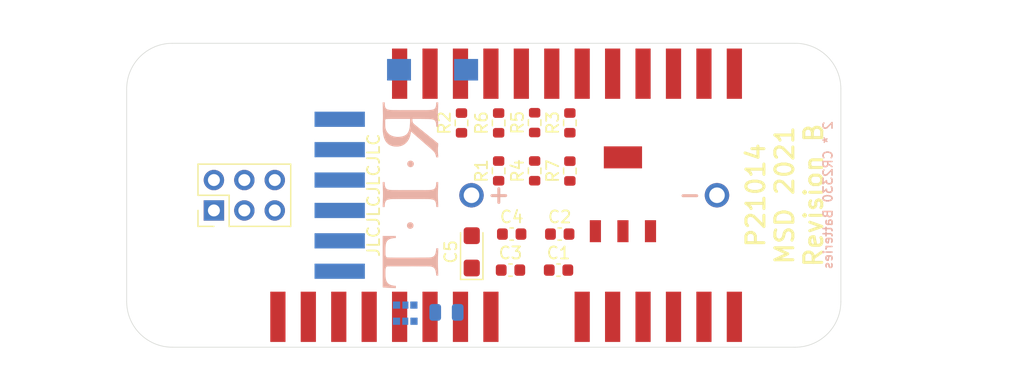
<source format=kicad_pcb>
(kicad_pcb (version 20171130) (host pcbnew "(5.1.9)-1")

  (general
    (thickness 1.6)
    (drawings 24)
    (tracks 0)
    (zones 0)
    (modules 29)
    (nets 34)
  )

  (page A4)
  (layers
    (0 F.Cu signal)
    (31 B.Cu signal)
    (32 B.Adhes user)
    (33 F.Adhes user)
    (34 B.Paste user)
    (35 F.Paste user)
    (36 B.SilkS user)
    (37 F.SilkS user)
    (38 B.Mask user)
    (39 F.Mask user)
    (40 Dwgs.User user)
    (41 Cmts.User user)
    (42 Eco1.User user)
    (43 Eco2.User user)
    (44 Edge.Cuts user)
    (45 Margin user)
    (46 B.CrtYd user)
    (47 F.CrtYd user)
    (48 B.Fab user)
    (49 F.Fab user)
  )

  (setup
    (last_trace_width 0.25)
    (trace_clearance 0.2)
    (zone_clearance 0.508)
    (zone_45_only no)
    (trace_min 0.2)
    (via_size 0.8)
    (via_drill 0.4)
    (via_min_size 0.4)
    (via_min_drill 0.3)
    (uvia_size 0.3)
    (uvia_drill 0.1)
    (uvias_allowed no)
    (uvia_min_size 0.2)
    (uvia_min_drill 0.1)
    (edge_width 0.05)
    (segment_width 0.2)
    (pcb_text_width 0.3)
    (pcb_text_size 1.5 1.5)
    (mod_edge_width 0.12)
    (mod_text_size 1 1)
    (mod_text_width 0.15)
    (pad_size 1.524 1.524)
    (pad_drill 0.762)
    (pad_to_mask_clearance 0)
    (aux_axis_origin 0 0)
    (visible_elements 7FFFF7FF)
    (pcbplotparams
      (layerselection 0x010fc_ffffffff)
      (usegerberextensions false)
      (usegerberattributes true)
      (usegerberadvancedattributes true)
      (creategerberjobfile true)
      (excludeedgelayer true)
      (linewidth 0.100000)
      (plotframeref false)
      (viasonmask false)
      (mode 1)
      (useauxorigin false)
      (hpglpennumber 1)
      (hpglpenspeed 20)
      (hpglpendiameter 15.000000)
      (psnegative false)
      (psa4output false)
      (plotreference true)
      (plotvalue true)
      (plotinvisibletext false)
      (padsonsilk false)
      (subtractmaskfromsilk false)
      (outputformat 1)
      (mirror false)
      (drillshape 0)
      (scaleselection 1)
      (outputdirectory "../##Gerber/RevA/"))
  )

  (net 0 "")
  (net 1 GNDREF)
  (net 2 "Net-(BT1-Pad1)")
  (net 3 +BATT)
  (net 4 +5V)
  (net 5 "Net-(C3-Pad1)")
  (net 6 "Net-(D1-Pad1)")
  (net 7 "Net-(D1-Pad3)")
  (net 8 "Net-(D1-Pad2)")
  (net 9 "Net-(D2-Pad2)")
  (net 10 /SCL)
  (net 11 /RST)
  (net 12 /SDA)
  (net 13 /IMU_A/3v)
  (net 14 "Net-(J3-Pad1)")
  (net 15 "Net-(J3-Pad2)")
  (net 16 "Net-(J3-Pad3)")
  (net 17 "Net-(J3-Pad4)")
  (net 18 "Net-(J3-Pad5)")
  (net 19 "Net-(J3-Pad6)")
  (net 20 "Net-(J4-Pad2)")
  (net 21 "Net-(J4-Pad3)")
  (net 22 "Net-(J4-Pad5)")
  (net 23 "Net-(J4-Pad8)")
  (net 24 "Net-(J4-Pad7)")
  (net 25 "Net-(J5-Pad4)")
  (net 26 "Net-(J5-Pad3)")
  (net 27 "Net-(J5-Pad6)")
  (net 28 /Feather_Board/GREEN)
  (net 29 "Net-(J5-Pad10)")
  (net 30 /Feather_Board/RED)
  (net 31 /Feather_Board/BLUE)
  (net 32 "Net-(J6-Pad4)")
  (net 33 "Net-(J6-Pad5)")

  (net_class Default "This is the default net class."
    (clearance 0.2)
    (trace_width 0.25)
    (via_dia 0.8)
    (via_drill 0.4)
    (uvia_dia 0.3)
    (uvia_drill 0.1)
    (add_net +5V)
    (add_net +BATT)
    (add_net /Feather_Board/BLUE)
    (add_net /Feather_Board/GREEN)
    (add_net /Feather_Board/RED)
    (add_net /IMU_A/3v)
    (add_net /RST)
    (add_net /SCL)
    (add_net /SDA)
    (add_net GNDREF)
    (add_net "Net-(BT1-Pad1)")
    (add_net "Net-(C3-Pad1)")
    (add_net "Net-(D1-Pad1)")
    (add_net "Net-(D1-Pad2)")
    (add_net "Net-(D1-Pad3)")
    (add_net "Net-(D2-Pad2)")
    (add_net "Net-(J3-Pad1)")
    (add_net "Net-(J3-Pad2)")
    (add_net "Net-(J3-Pad3)")
    (add_net "Net-(J3-Pad4)")
    (add_net "Net-(J3-Pad5)")
    (add_net "Net-(J3-Pad6)")
    (add_net "Net-(J4-Pad2)")
    (add_net "Net-(J4-Pad3)")
    (add_net "Net-(J4-Pad5)")
    (add_net "Net-(J4-Pad7)")
    (add_net "Net-(J4-Pad8)")
    (add_net "Net-(J5-Pad10)")
    (add_net "Net-(J5-Pad3)")
    (add_net "Net-(J5-Pad4)")
    (add_net "Net-(J5-Pad6)")
    (add_net "Net-(J6-Pad4)")
    (add_net "Net-(J6-Pad5)")
  )

  (module 0_MSD_FPs:LED_0805_2012Metric (layer B.Cu) (tedit 6151284F) (tstamp 61539CA2)
    (at 193.91 69.95)
    (descr "LED SMD 0805 (2012 Metric), square (rectangular) end terminal, IPC_7351 nominal, (Body size source: https://docs.google.com/spreadsheets/d/1BsfQQcO9C6DZCsRaXUlFlo91Tg2WpOkGARC1WS5S8t0/edit?usp=sharing), generated with kicad-footprint-generator")
    (tags LED)
    (path /614C1039)
    (attr smd)
    (fp_text reference D2 (at 0 2.65) (layer Cmts.User)
      (effects (font (size 1 1) (thickness 0.15)))
    )
    (fp_text value LED (at 0 -2.65) (layer B.Fab)
      (effects (font (size 1 1) (thickness 0.15)) (justify mirror))
    )
    (fp_text user %R (at 0 0) (layer B.Fab)
      (effects (font (size 1 1) (thickness 0.15)) (justify mirror))
    )
    (fp_line (start 1.68 -0.95) (end -1.68 -0.95) (layer B.CrtYd) (width 0.05))
    (fp_line (start 1.68 0.95) (end 1.68 -0.95) (layer B.CrtYd) (width 0.05))
    (fp_line (start -1.68 0.95) (end 1.68 0.95) (layer B.CrtYd) (width 0.05))
    (fp_line (start -1.68 -0.95) (end -1.68 0.95) (layer B.CrtYd) (width 0.05))
    (fp_line (start 1 -0.6) (end 1 0.6) (layer B.Fab) (width 0.1))
    (fp_line (start -1 -0.6) (end 1 -0.6) (layer B.Fab) (width 0.1))
    (fp_line (start -1 0.3) (end -1 -0.6) (layer B.Fab) (width 0.1))
    (fp_line (start -0.7 0.6) (end -1 0.3) (layer B.Fab) (width 0.1))
    (fp_line (start 1 0.6) (end -0.7 0.6) (layer B.Fab) (width 0.1))
    (pad 2 smd roundrect (at 0.9375 0) (size 0.975 1.4) (layers B.Cu B.Paste B.Mask) (roundrect_rratio 0.25)
      (net 9 "Net-(D2-Pad2)"))
    (pad 1 smd roundrect (at -0.9375 0) (size 0.975 1.4) (layers B.Cu B.Paste B.Mask) (roundrect_rratio 0.25)
      (net 1 GNDREF))
    (model ${KISYS3DMOD}/LED_SMD.3dshapes/LED_0805_2012Metric.wrl
      (at (xyz 0 0 0))
      (scale (xyz 1 1 1))
      (rotate (xyz 0 0 0))
    )
  )

  (module MountingHole:MountingHole_2.5mm (layer F.Cu) (tedit 56D1B4CB) (tstamp 6155AF3C)
    (at 169.76 67.78)
    (descr "Mounting Hole 2.5mm, no annular")
    (tags "mounting hole 2.5mm no annular")
    (attr virtual)
    (fp_text reference MH5 (at 0 -3.5) (layer Cmts.User)
      (effects (font (size 1 1) (thickness 0.15)))
    )
    (fp_text value MountingHole_2.5mm (at -3.88 6.96) (layer F.Fab)
      (effects (font (size 1 1) (thickness 0.15)))
    )
    (fp_circle (center 0 0) (end 2.75 0) (layer F.CrtYd) (width 0.05))
    (fp_circle (center 0 0) (end 2.5 0) (layer Cmts.User) (width 0.15))
    (fp_text user %R (at 0.3 0) (layer F.Fab)
      (effects (font (size 1 1) (thickness 0.15)))
    )
    (pad 1 np_thru_hole circle (at 0 0) (size 2.5 2.5) (drill 2.5) (layers *.Cu *.Mask))
  )

  (module MountingHole:MountingHole_2.5mm (layer F.Cu) (tedit 56D1B4CB) (tstamp 6155AF3C)
    (at 169.76 52.54)
    (descr "Mounting Hole 2.5mm, no annular")
    (tags "mounting hole 2.5mm no annular")
    (attr virtual)
    (fp_text reference MH6 (at 0 -3.5) (layer Cmts.User)
      (effects (font (size 1 1) (thickness 0.15)))
    )
    (fp_text value MountingHole_2.5mm (at -0.96 -7.33) (layer F.Fab)
      (effects (font (size 1 1) (thickness 0.15)))
    )
    (fp_circle (center 0 0) (end 2.75 0) (layer F.CrtYd) (width 0.05))
    (fp_circle (center 0 0) (end 2.5 0) (layer Cmts.User) (width 0.15))
    (fp_text user %R (at 0.3 0) (layer F.Fab)
      (effects (font (size 1 1) (thickness 0.15)))
    )
    (pad 1 np_thru_hole circle (at 0 0) (size 2.5 2.5) (drill 2.5) (layers *.Cu *.Mask))
  )

  (module MountingHole:MountingHole_2.5mm (layer F.Cu) (tedit 56D1B4CB) (tstamp 6153BD82)
    (at 224.29 69.05)
    (descr "Mounting Hole 2.5mm, no annular")
    (tags "mounting hole 2.5mm no annular")
    (attr virtual)
    (fp_text reference MH4 (at 0 -3.5) (layer Cmts.User)
      (effects (font (size 1 1) (thickness 0.15)))
    )
    (fp_text value MountingHole_2.5mm (at 1.01 6.36) (layer F.Fab)
      (effects (font (size 1 1) (thickness 0.15)))
    )
    (fp_circle (center 0 0) (end 2.75 0) (layer F.CrtYd) (width 0.05))
    (fp_circle (center 0 0) (end 2.5 0) (layer Cmts.User) (width 0.15))
    (fp_text user %R (at 0.3 0) (layer F.Fab)
      (effects (font (size 1 1) (thickness 0.15)))
    )
    (pad 1 np_thru_hole circle (at 0 0) (size 2.5 2.5) (drill 2.5) (layers *.Cu *.Mask))
  )

  (module MountingHole:MountingHole_2.5mm (layer F.Cu) (tedit 56D1B4CB) (tstamp 6153BD82)
    (at 176.03 69.05)
    (descr "Mounting Hole 2.5mm, no annular")
    (tags "mounting hole 2.5mm no annular")
    (attr virtual)
    (fp_text reference MH3 (at 0 -3.5) (layer Cmts.User)
      (effects (font (size 1 1) (thickness 0.15)))
    )
    (fp_text value MountingHole_2.5mm (at -3.14 5.85) (layer F.Fab)
      (effects (font (size 1 1) (thickness 0.15)))
    )
    (fp_circle (center 0 0) (end 2.75 0) (layer F.CrtYd) (width 0.05))
    (fp_circle (center 0 0) (end 2.5 0) (layer Cmts.User) (width 0.15))
    (fp_text user %R (at 0.3 0) (layer F.Fab)
      (effects (font (size 1 1) (thickness 0.15)))
    )
    (pad 1 np_thru_hole circle (at 0 0) (size 2.5 2.5) (drill 2.5) (layers *.Cu *.Mask))
  )

  (module MountingHole:MountingHole_2.5mm (layer F.Cu) (tedit 56D1B4CB) (tstamp 6153BD82)
    (at 224.29 51.27)
    (descr "Mounting Hole 2.5mm, no annular")
    (tags "mounting hole 2.5mm no annular")
    (attr virtual)
    (fp_text reference MH2 (at 0 -3.5) (layer Cmts.User)
      (effects (font (size 1 1) (thickness 0.15)))
    )
    (fp_text value MountingHole_2.5mm (at -1.06 -6.58) (layer F.Fab)
      (effects (font (size 1 1) (thickness 0.15)))
    )
    (fp_circle (center 0 0) (end 2.75 0) (layer F.CrtYd) (width 0.05))
    (fp_circle (center 0 0) (end 2.5 0) (layer Cmts.User) (width 0.15))
    (fp_text user %R (at 0.3 0) (layer F.Fab)
      (effects (font (size 1 1) (thickness 0.15)))
    )
    (pad 1 np_thru_hole circle (at 0 0) (size 2.5 2.5) (drill 2.5) (layers *.Cu *.Mask))
  )

  (module MountingHole:MountingHole_2.5mm (layer F.Cu) (tedit 56D1B4CB) (tstamp 6153BD22)
    (at 176.03 51.27)
    (descr "Mounting Hole 2.5mm, no annular")
    (tags "mounting hole 2.5mm no annular")
    (attr virtual)
    (fp_text reference MH1 (at 0 -3.5) (layer Cmts.User)
      (effects (font (size 1 1) (thickness 0.15)))
    )
    (fp_text value MountingHole_2.5mm (at -0.64 -6.51) (layer F.Fab)
      (effects (font (size 1 1) (thickness 0.15)))
    )
    (fp_circle (center 0 0) (end 2.75 0) (layer F.CrtYd) (width 0.05))
    (fp_circle (center 0 0) (end 2.5 0) (layer Cmts.User) (width 0.15))
    (fp_text user %R (at 0.3 0) (layer F.Fab)
      (effects (font (size 1 1) (thickness 0.15)))
    )
    (pad 1 np_thru_hole circle (at 0 0) (size 2.5 2.5) (drill 2.5) (layers *.Cu *.Mask))
  )

  (module 0_MSD_FPs:AJS-Coin-Cell_1027-Digikey (layer B.Cu) (tedit 6151220B) (tstamp 61539C2A)
    (at 196 60.16)
    (path /6149E215)
    (fp_text reference BT1 (at 11.74 1.99) (layer Cmts.User)
      (effects (font (size 1 1) (thickness 0.15)))
    )
    (fp_text value Battery_Cell (at 3.16 2.29) (layer Cmts.User)
      (effects (font (size 1 1) (thickness 0.15)))
    )
    (fp_line (start -6 -14) (end -6 14) (layer B.CrtYd) (width 0.12))
    (fp_line (start 26.5 -14) (end -6 -14) (layer B.CrtYd) (width 0.12))
    (fp_line (start 26.5 14) (end 26.5 -14) (layer B.CrtYd) (width 0.12))
    (fp_line (start -6 14) (end 26.5 14) (layer B.CrtYd) (width 0.12))
    (fp_text user - (at 18.23 -0.07) (layer B.SilkS)
      (effects (font (size 1.5 1.5) (thickness 0.25)) (justify mirror))
    )
    (fp_text user + (at 2.28 -0.08) (layer B.SilkS)
      (effects (font (size 1.5 1.5) (thickness 0.25)) (justify mirror))
    )
    (pad 2 thru_hole circle (at 20.49 0) (size 2.04 2.04) (drill 1.3) (layers *.Cu *.Mask)
      (net 1 GNDREF))
    (pad 1 thru_hole circle (at 0 0) (size 2.04 2.04) (drill 1.3) (layers *.Cu *.Mask)
      (net 2 "Net-(BT1-Pad1)"))
    (model C:/Users/Adam/Documents/#Code/Basketball_Shot_Trainer/Board/#Parts/keystone-PN1027.STEP
      (offset (xyz 15 0 2.5))
      (scale (xyz 1 1 1))
      (rotate (xyz -90 0 90))
    )
  )

  (module 0_MSD_FPs:RIT_Logo (layer B.Cu) (tedit 0) (tstamp 615193D2)
    (at 190.9 60.16 270)
    (fp_text reference G55 (at 0 0 270) (layer B.SilkS) hide
      (effects (font (size 1.524 1.524) (thickness 0.3)) (justify mirror))
    )
    (fp_text value LOGO (at 0.41 0.16 270) (layer B.SilkS) hide
      (effects (font (size 1.524 1.524) (thickness 0.3)) (justify mirror))
    )
    (fp_poly (pts (xy 2.56208 0.280795) (xy 2.585024 0.279281) (xy 2.603573 0.27556) (xy 2.622301 0.268657)
      (xy 2.645784 0.257596) (xy 2.649952 0.255542) (xy 2.699786 0.22416) (xy 2.739648 0.185289)
      (xy 2.769555 0.140591) (xy 2.789526 0.091725) (xy 2.799578 0.040351) (xy 2.79973 -0.01187)
      (xy 2.79 -0.063277) (xy 2.770405 -0.112211) (xy 2.740964 -0.157012) (xy 2.701695 -0.196019)
      (xy 2.652615 -0.227571) (xy 2.64465 -0.231445) (xy 2.601559 -0.246331) (xy 2.552951 -0.254578)
      (xy 2.504169 -0.255697) (xy 2.460555 -0.249198) (xy 2.458241 -0.248561) (xy 2.40485 -0.226555)
      (xy 2.356606 -0.193003) (xy 2.315434 -0.149518) (xy 2.287037 -0.105187) (xy 2.277764 -0.086696)
      (xy 2.271652 -0.071134) (xy 2.268046 -0.054854) (xy 2.266287 -0.034207) (xy 2.265721 -0.005542)
      (xy 2.26568 0.013546) (xy 2.265914 0.047996) (xy 2.267036 0.072569) (xy 2.269679 0.090937)
      (xy 2.274473 0.106768) (xy 2.28205 0.12373) (xy 2.286 0.131653) (xy 2.318933 0.182421)
      (xy 2.361577 0.22495) (xy 2.411896 0.257246) (xy 2.416215 0.259339) (xy 2.43882 0.269492)
      (xy 2.457572 0.275883) (xy 2.476979 0.27937) (xy 2.50155 0.280813) (xy 2.530167 0.281076)
      (xy 2.56208 0.280795)) (layer B.SilkS) (width 0.01))
    (fp_poly (pts (xy -2.588007 0.25367) (xy -2.564049 0.252168) (xy -2.54518 0.24873) (xy -2.527173 0.242589)
      (xy -2.506114 0.233126) (xy -2.455406 0.201731) (xy -2.412526 0.159805) (xy -2.378863 0.108735)
      (xy -2.376064 0.103194) (xy -2.365941 0.08172) (xy -2.359457 0.064133) (xy -2.35582 0.046249)
      (xy -2.354233 0.023884) (xy -2.353903 -0.007146) (xy -2.353914 -0.013428) (xy -2.354364 -0.047067)
      (xy -2.35598 -0.071216) (xy -2.35946 -0.089925) (xy -2.365501 -0.107241) (xy -2.372847 -0.123222)
      (xy -2.405013 -0.175177) (xy -2.445847 -0.21799) (xy -2.493826 -0.250607) (xy -2.547426 -0.271978)
      (xy -2.60096 -0.280834) (xy -2.6307 -0.281512) (xy -2.659474 -0.280372) (xy -2.680668 -0.277724)
      (xy -2.71815 -0.26536) (xy -2.757889 -0.245024) (xy -2.794445 -0.219889) (xy -2.819133 -0.19692)
      (xy -2.853867 -0.148401) (xy -2.877282 -0.094858) (xy -2.889149 -0.03838) (xy -2.889236 0.018941)
      (xy -2.87731 0.075018) (xy -2.854765 0.125028) (xy -2.829307 0.159433) (xy -2.795241 0.192916)
      (xy -2.757133 0.221387) (xy -2.731131 0.235847) (xy -2.7116 0.244282) (xy -2.693806 0.249636)
      (xy -2.673654 0.252586) (xy -2.647045 0.253809) (xy -2.62128 0.254) (xy -2.588007 0.25367)) (layer B.SilkS) (width 0.01))
    (fp_poly (pts (xy 5.7566 2.309704) (xy 5.945957 2.309695) (xy 6.122643 2.309677) (xy 6.287094 2.309648)
      (xy 6.439749 2.309604) (xy 6.581044 2.309545) (xy 6.711417 2.309467) (xy 6.831305 2.309368)
      (xy 6.941146 2.309246) (xy 7.041378 2.309097) (xy 7.132438 2.308921) (xy 7.214763 2.308713)
      (xy 7.28879 2.308473) (xy 7.354958 2.308197) (xy 7.413703 2.307883) (xy 7.465464 2.307529)
      (xy 7.510677 2.307132) (xy 7.549779 2.306689) (xy 7.58321 2.3062) (xy 7.611405 2.30566)
      (xy 7.634802 2.305068) (xy 7.653839 2.304421) (xy 7.668954 2.303716) (xy 7.680583 2.302952)
      (xy 7.689164 2.302126) (xy 7.695134 2.301236) (xy 7.698932 2.300278) (xy 7.700994 2.299251)
      (xy 7.701758 2.298153) (xy 7.701798 2.297853) (xy 7.703354 2.281312) (xy 7.704213 2.27584)
      (xy 7.705196 2.265694) (xy 7.706606 2.244732) (xy 7.70828 2.21567) (xy 7.710054 2.181227)
      (xy 7.710712 2.167466) (xy 7.712641 2.128268) (xy 7.714679 2.090099) (xy 7.716611 2.056846)
      (xy 7.718217 2.032395) (xy 7.718502 2.028613) (xy 7.719609 2.012432) (xy 7.721334 1.984567)
      (xy 7.723569 1.946863) (xy 7.726208 1.901165) (xy 7.729145 1.849315) (xy 7.732273 1.793158)
      (xy 7.735147 1.740746) (xy 7.738348 1.682481) (xy 7.74145 1.627031) (xy 7.744348 1.57621)
      (xy 7.746936 1.531832) (xy 7.749108 1.49571) (xy 7.750759 1.469658) (xy 7.751715 1.456266)
      (xy 7.753171 1.435737) (xy 7.755 1.405358) (xy 7.756993 1.368816) (xy 7.758942 1.329797)
      (xy 7.759444 1.319106) (xy 7.764062 1.2192) (xy 7.57463 1.2192) (xy 7.570209 1.281853)
      (xy 7.567828 1.312764) (xy 7.56528 1.341305) (xy 7.562995 1.362802) (xy 7.562276 1.368213)
      (xy 7.544604 1.470945) (xy 7.523565 1.561809) (xy 7.498623 1.642188) (xy 7.469245 1.713462)
      (xy 7.434893 1.777012) (xy 7.395034 1.834218) (xy 7.370158 1.863942) (xy 7.314391 1.916607)
      (xy 7.247201 1.962316) (xy 7.16885 2.000969) (xy 7.079599 2.032464) (xy 6.979711 2.056698)
      (xy 6.869446 2.073571) (xy 6.81736 2.078665) (xy 6.793767 2.079992) (xy 6.758618 2.08114)
      (xy 6.713902 2.082083) (xy 6.661607 2.082794) (xy 6.603722 2.083247) (xy 6.542238 2.083417)
      (xy 6.479142 2.083277) (xy 6.468533 2.083221) (xy 6.399082 2.082777) (xy 6.341646 2.082263)
      (xy 6.294691 2.081608) (xy 6.256685 2.080741) (xy 6.226096 2.07959) (xy 6.201391 2.078086)
      (xy 6.181039 2.076157) (xy 6.163505 2.073731) (xy 6.147259 2.070739) (xy 6.133253 2.067682)
      (xy 6.082631 2.054486) (xy 6.042718 2.040174) (xy 6.01068 2.023507) (xy 5.98368 2.003249)
      (xy 5.981793 2.001563) (xy 5.976789 1.997502) (xy 5.972136 1.994362) (xy 5.967822 1.991659)
      (xy 5.963834 1.98891) (xy 5.960161 1.985632) (xy 5.956789 1.981341) (xy 5.953707 1.975553)
      (xy 5.950903 1.967785) (xy 5.948365 1.957553) (xy 5.94608 1.944374) (xy 5.944036 1.927764)
      (xy 5.942221 1.90724) (xy 5.940623 1.882319) (xy 5.939229 1.852516) (xy 5.938028 1.817348)
      (xy 5.937007 1.776333) (xy 5.936154 1.728985) (xy 5.935457 1.674822) (xy 5.934903 1.613361)
      (xy 5.934481 1.544116) (xy 5.934179 1.466607) (xy 5.933983 1.380347) (xy 5.933882 1.284855)
      (xy 5.933864 1.179647) (xy 5.933916 1.064238) (xy 5.934027 0.938146) (xy 5.934184 0.800888)
      (xy 5.934375 0.651978) (xy 5.934587 0.490935) (xy 5.93481 0.317274) (xy 5.935012 0.145626)
      (xy 5.935221 -0.037984) (xy 5.935423 -0.208547) (xy 5.935623 -0.366565) (xy 5.935824 -0.512536)
      (xy 5.936031 -0.646961) (xy 5.936247 -0.770341) (xy 5.936476 -0.883175) (xy 5.936723 -0.985964)
      (xy 5.936991 -1.079208) (xy 5.937284 -1.163406) (xy 5.937606 -1.23906) (xy 5.937961 -1.30667)
      (xy 5.938354 -1.366735) (xy 5.938787 -1.419755) (xy 5.939264 -1.466232) (xy 5.939791 -1.506665)
      (xy 5.94037 -1.541555) (xy 5.941006 -1.571401) (xy 5.941703 -1.596703) (xy 5.942464 -1.617963)
      (xy 5.943293 -1.63568) (xy 5.944195 -1.650354) (xy 5.945173 -1.662486) (xy 5.946231 -1.672575)
      (xy 5.947374 -1.681123) (xy 5.948605 -1.688628) (xy 5.949482 -1.693334) (xy 5.968629 -1.775041)
      (xy 5.992473 -1.84512) (xy 6.021822 -1.904919) (xy 6.057485 -1.955786) (xy 6.100269 -1.999071)
      (xy 6.150983 -2.03612) (xy 6.157254 -2.039978) (xy 6.216256 -2.069844) (xy 6.287584 -2.09569)
      (xy 6.370585 -2.117369) (xy 6.464605 -2.134737) (xy 6.568989 -2.147649) (xy 6.678507 -2.155725)
      (xy 6.708987 -2.157307) (xy 6.710903 -2.237878) (xy 6.71282 -2.318449) (xy 6.48061 -2.313912)
      (xy 6.422039 -2.312716) (xy 6.364494 -2.311447) (xy 6.310224 -2.310161) (xy 6.261477 -2.308914)
      (xy 6.220501 -2.307764) (xy 6.189545 -2.306765) (xy 6.17728 -2.306288) (xy 6.000913 -2.299764)
      (xy 5.824412 -2.295567) (xy 5.645381 -2.293695) (xy 5.461423 -2.294147) (xy 5.270141 -2.296921)
      (xy 5.069139 -2.302015) (xy 4.961467 -2.305529) (xy 4.923441 -2.306761) (xy 4.875015 -2.308182)
      (xy 4.819336 -2.309709) (xy 4.759548 -2.311257) (xy 4.698795 -2.312744) (xy 4.641427 -2.314058)
      (xy 4.436533 -2.318566) (xy 4.436533 -2.15392) (xy 4.482253 -2.153437) (xy 4.510816 -2.15275)
      (xy 4.538286 -2.15146) (xy 4.555067 -2.150179) (xy 4.651579 -2.138884) (xy 4.735917 -2.125832)
      (xy 4.809383 -2.110608) (xy 4.873283 -2.092797) (xy 4.92892 -2.071984) (xy 4.977601 -2.047754)
      (xy 5.020628 -2.019692) (xy 5.055294 -1.991095) (xy 5.093891 -1.950633) (xy 5.126157 -1.904981)
      (xy 5.152577 -1.852793) (xy 5.173634 -1.792724) (xy 5.189812 -1.723425) (xy 5.201596 -1.643552)
      (xy 5.208635 -1.56464) (xy 5.209351 -1.547137) (xy 5.210033 -1.516459) (xy 5.21068 -1.472977)
      (xy 5.211291 -1.417064) (xy 5.211865 -1.34909) (xy 5.2124 -1.269427) (xy 5.212895 -1.178447)
      (xy 5.213348 -1.076521) (xy 5.213759 -0.964021) (xy 5.214124 -0.841318) (xy 5.214444 -0.708785)
      (xy 5.214717 -0.566792) (xy 5.214942 -0.415711) (xy 5.215116 -0.255913) (xy 5.215239 -0.087771)
      (xy 5.215309 0.088344) (xy 5.215326 0.220775) (xy 5.215337 0.401885) (xy 5.215353 0.569946)
      (xy 5.215364 0.725457) (xy 5.21536 0.868915) (xy 5.21533 1.00082) (xy 5.215264 1.121669)
      (xy 5.21515 1.23196) (xy 5.214979 1.332192) (xy 5.21474 1.422862) (xy 5.214422 1.50447)
      (xy 5.214014 1.577512) (xy 5.213507 1.642488) (xy 5.21289 1.699896) (xy 5.212151 1.750233)
      (xy 5.211281 1.793997) (xy 5.210268 1.831688) (xy 5.209103 1.863803) (xy 5.207774 1.89084)
      (xy 5.206272 1.913298) (xy 5.204585 1.931674) (xy 5.202703 1.946467) (xy 5.200616 1.958175)
      (xy 5.198312 1.967297) (xy 5.195782 1.974329) (xy 5.193014 1.979772) (xy 5.189999 1.984122)
      (xy 5.186725 1.987877) (xy 5.183182 1.991537) (xy 5.17936 1.9956) (xy 5.177628 1.997593)
      (xy 5.155369 2.016966) (xy 5.122767 2.035975) (xy 5.082979 2.05313) (xy 5.039161 2.066938)
      (xy 5.022427 2.070929) (xy 5.008425 2.073667) (xy 4.993035 2.075951) (xy 4.974955 2.077819)
      (xy 4.952882 2.079311) (xy 4.925512 2.080465) (xy 4.891543 2.081322) (xy 4.849673 2.08192)
      (xy 4.798598 2.082298) (xy 4.737016 2.082496) (xy 4.663624 2.082553) (xy 4.636347 2.082548)
      (xy 4.549412 2.082402) (xy 4.474492 2.081985) (xy 4.410059 2.081217) (xy 4.354581 2.08002)
      (xy 4.30653 2.078313) (xy 4.264375 2.076018) (xy 4.226586 2.073055) (xy 4.191635 2.069347)
      (xy 4.15799 2.064813) (xy 4.124123 2.059375) (xy 4.098 2.054719) (xy 4.006328 2.032957)
      (xy 3.925227 2.003207) (xy 3.854064 1.965097) (xy 3.792207 1.918254) (xy 3.739022 1.862306)
      (xy 3.71411 1.8288) (xy 3.68124 1.773578) (xy 3.652863 1.710347) (xy 3.628745 1.638203)
      (xy 3.608653 1.556238) (xy 3.592355 1.463549) (xy 3.579618 1.35923) (xy 3.572672 1.278466)
      (xy 3.56833 1.2192) (xy 3.406987 1.2192) (xy 3.406987 2.309706) (xy 5.554133 2.309706)
      (xy 5.7566 2.309704)) (layer B.SilkS) (width 0.01))
    (fp_poly (pts (xy 0.97536 2.147146) (xy 0.889 2.147127) (xy 0.787702 2.143713) (xy 0.697803 2.133383)
      (xy 0.618936 2.115942) (xy 0.550736 2.091189) (xy 0.492837 2.058927) (xy 0.444871 2.018957)
      (xy 0.406475 1.971081) (xy 0.37728 1.915101) (xy 0.359196 1.860099) (xy 0.34646 1.801172)
      (xy 0.335233 1.730494) (xy 0.325724 1.649797) (xy 0.318141 1.560812) (xy 0.313367 1.479973)
      (xy 0.31286 1.462578) (xy 0.312366 1.432329) (xy 0.311888 1.389919) (xy 0.311429 1.336042)
      (xy 0.31099 1.271389) (xy 0.310574 1.196654) (xy 0.310183 1.112529) (xy 0.30982 1.019708)
      (xy 0.309488 0.918884) (xy 0.309187 0.810749) (xy 0.308922 0.695996) (xy 0.308693 0.575318)
      (xy 0.308504 0.449408) (xy 0.308357 0.318959) (xy 0.308254 0.184664) (xy 0.308197 0.047215)
      (xy 0.308187 -0.044027) (xy 0.30819 -0.212706) (xy 0.308208 -0.368436) (xy 0.308252 -0.511814)
      (xy 0.308331 -0.643436) (xy 0.308456 -0.7639) (xy 0.308639 -0.873804) (xy 0.308889 -0.973743)
      (xy 0.309217 -1.064315) (xy 0.309635 -1.146118) (xy 0.310152 -1.219749) (xy 0.31078 -1.285804)
      (xy 0.311529 -1.344881) (xy 0.312409 -1.397577) (xy 0.313431 -1.444489) (xy 0.314607 -1.486214)
      (xy 0.315946 -1.52335) (xy 0.317459 -1.556493) (xy 0.319157 -1.58624) (xy 0.321051 -1.61319)
      (xy 0.323151 -1.637938) (xy 0.325467 -1.661082) (xy 0.328011 -1.683219) (xy 0.330794 -1.704947)
      (xy 0.333825 -1.726862) (xy 0.337115 -1.749562) (xy 0.338813 -1.761067) (xy 0.349884 -1.826482)
      (xy 0.362445 -1.880592) (xy 0.377395 -1.925628) (xy 0.395633 -1.963819) (xy 0.418059 -1.997395)
      (xy 0.445572 -2.028585) (xy 0.447496 -2.030521) (xy 0.484036 -2.062147) (xy 0.525814 -2.088576)
      (xy 0.574115 -2.110183) (xy 0.63022 -2.127342) (xy 0.695414 -2.140428) (xy 0.770981 -2.149816)
      (xy 0.858204 -2.155879) (xy 0.880533 -2.156863) (xy 0.914128 -2.158202) (xy 0.942428 -2.159334)
      (xy 0.962907 -2.160157) (xy 0.973038 -2.16057) (xy 0.973667 -2.160598) (xy 0.974333 -2.166965)
      (xy 0.974876 -2.1842) (xy 0.975238 -2.209625) (xy 0.97536 -2.238587) (xy 0.97536 -2.31648)
      (xy 0.914033 -2.31648) (xy 0.895585 -2.316271) (xy 0.865109 -2.315673) (xy 0.824118 -2.314728)
      (xy 0.774124 -2.31348) (xy 0.716639 -2.311973) (xy 0.653176 -2.310248) (xy 0.585247 -2.308349)
      (xy 0.514365 -2.306319) (xy 0.442041 -2.304202) (xy 0.369788 -2.302039) (xy 0.299118 -2.299875)
      (xy 0.231544 -2.297753) (xy 0.168578 -2.295715) (xy 0.111732 -2.293804) (xy 0.08441 -2.292851)
      (xy 0.051754 -2.292179) (xy 0.007424 -2.291993) (xy -0.046719 -2.292258) (xy -0.108813 -2.292938)
      (xy -0.176995 -2.293998) (xy -0.249403 -2.295402) (xy -0.324175 -2.297114) (xy -0.39945 -2.299098)
      (xy -0.473364 -2.301319) (xy -0.544057 -2.303741) (xy -0.602827 -2.306039) (xy -0.630183 -2.307045)
      (xy -0.668486 -2.308258) (xy -0.71514 -2.309605) (xy -0.767546 -2.311014) (xy -0.823109 -2.312413)
      (xy -0.879231 -2.313731) (xy -0.885613 -2.313874) (xy -1.090507 -2.318452) (xy -1.090507 -2.162681)
      (xy -1.038685 -2.158301) (xy -1.004396 -2.156002) (xy -0.966994 -2.154401) (xy -0.938778 -2.15388)
      (xy -0.884729 -2.151125) (xy -0.825016 -2.143595) (xy -0.765559 -2.13227) (xy -0.712279 -2.118131)
      (xy -0.701581 -2.114605) (xy -0.635629 -2.085834) (xy -0.580247 -2.048613) (xy -0.535385 -2.002897)
      (xy -0.500989 -1.948642) (xy -0.496704 -1.939709) (xy -0.482228 -1.900662) (xy -0.468859 -1.849115)
      (xy -0.456759 -1.78608) (xy -0.446086 -1.712569) (xy -0.437 -1.629596) (xy -0.429662 -1.538173)
      (xy -0.4273 -1.500294) (xy -0.426735 -1.483613) (xy -0.42621 -1.454411) (xy -0.425726 -1.413452)
      (xy -0.425282 -1.361498) (xy -0.424877 -1.29931) (xy -0.42451 -1.227653) (xy -0.424183 -1.147286)
      (xy -0.423893 -1.058975) (xy -0.423641 -0.96348) (xy -0.423426 -0.861564) (xy -0.423248 -0.753989)
      (xy -0.423106 -0.641519) (xy -0.423 -0.524915) (xy -0.42293 -0.40494) (xy -0.422894 -0.282356)
      (xy -0.422894 -0.157926) (xy -0.422927 -0.032412) (xy -0.422995 0.093424) (xy -0.423095 0.218819)
      (xy -0.423229 0.34301) (xy -0.423395 0.465236) (xy -0.423593 0.584733) (xy -0.423823 0.70074)
      (xy -0.424084 0.812493) (xy -0.424376 0.919232) (xy -0.424698 1.020192) (xy -0.42505 1.114612)
      (xy -0.425431 1.201729) (xy -0.425842 1.280781) (xy -0.426281 1.351006) (xy -0.426749 1.411641)
      (xy -0.427244 1.461923) (xy -0.427767 1.50109) (xy -0.428317 1.52838) (xy -0.428893 1.54303)
      (xy -0.429005 1.54432) (xy -0.431805 1.570851) (xy -0.435357 1.605247) (xy -0.439085 1.641891)
      (xy -0.440851 1.659466) (xy -0.451554 1.747653) (xy -0.464778 1.82289) (xy -0.480611 1.885555)
      (xy -0.499143 1.936026) (xy -0.512409 1.962014) (xy -0.533456 1.99068) (xy -0.562942 2.021399)
      (xy -0.596941 2.050688) (xy -0.631527 2.075067) (xy -0.653491 2.087116) (xy -0.718515 2.11168)
      (xy -0.794732 2.129928) (xy -0.881277 2.141712) (xy -0.977282 2.146884) (xy -1.004147 2.147127)
      (xy -1.090507 2.147146) (xy -1.090507 2.311541) (xy -0.946573 2.307137) (xy -0.822574 2.3033)
      (xy -0.705308 2.299576) (xy -0.589086 2.295782) (xy -0.468213 2.291732) (xy -0.39624 2.289278)
      (xy -0.352809 2.28811) (xy -0.299967 2.28721) (xy -0.239648 2.28657) (xy -0.173785 2.286181)
      (xy -0.104314 2.286035) (xy -0.033167 2.286125) (xy 0.037719 2.286441) (xy 0.106412 2.286976)
      (xy 0.170977 2.287722) (xy 0.22948 2.288669) (xy 0.279986 2.289811) (xy 0.320562 2.291138)
      (xy 0.346257 2.292436) (xy 0.368094 2.293579) (xy 0.400633 2.294906) (xy 0.441028 2.29632)
      (xy 0.486439 2.297723) (xy 0.534021 2.299016) (xy 0.54864 2.299377) (xy 0.604536 2.300775)
      (xy 0.666832 2.302423) (xy 0.730454 2.304182) (xy 0.790326 2.30591) (xy 0.8382 2.307367)
      (xy 0.97536 2.311693) (xy 0.97536 2.147146)) (layer B.SilkS) (width 0.01))
    (fp_poly (pts (xy -7.601373 2.307178) (xy -7.556845 2.305972) (xy -7.501524 2.304477) (xy -7.438159 2.302769)
      (xy -7.369497 2.30092) (xy -7.298288 2.299005) (xy -7.227281 2.297098) (xy -7.1628 2.295368)
      (xy -7.014933 2.291865) (xy -6.8695 2.28932) (xy -6.728279 2.28774) (xy -6.593046 2.287132)
      (xy -6.465577 2.287501) (xy -6.34765 2.288854) (xy -6.24104 2.291199) (xy -6.21792 2.291891)
      (xy -6.168204 2.293515) (xy -6.122247 2.295111) (xy -6.081992 2.296607) (xy -6.049383 2.297925)
      (xy -6.026363 2.298992) (xy -6.014878 2.299731) (xy -6.01472 2.299749) (xy -6.003956 2.300378)
      (xy -5.981422 2.301236) (xy -5.948891 2.30227) (xy -5.908138 2.30343) (xy -5.860936 2.304663)
      (xy -5.809059 2.305917) (xy -5.78104 2.306556) (xy -5.597796 2.30754) (xy -5.426209 2.301996)
      (xy -5.266027 2.28985) (xy -5.116999 2.27103) (xy -4.978872 2.245462) (xy -4.851394 2.213074)
      (xy -4.734314 2.173793) (xy -4.627378 2.127545) (xy -4.530336 2.074258) (xy -4.442934 2.01386)
      (xy -4.364921 1.946276) (xy -4.302094 1.878729) (xy -4.244164 1.802532) (xy -4.195633 1.722748)
      (xy -4.1556 1.637357) (xy -4.123165 1.544339) (xy -4.097428 1.441675) (xy -4.089651 1.40208)
      (xy -4.083464 1.35843) (xy -4.078798 1.30511) (xy -4.075675 1.245242) (xy -4.074116 1.181944)
      (xy -4.074144 1.118336) (xy -4.075779 1.057539) (xy -4.079044 1.002672) (xy -4.08396 0.956855)
      (xy -4.086443 0.941493) (xy -4.107799 0.842303) (xy -4.134072 0.752749) (xy -4.166493 0.669432)
      (xy -4.20629 0.588953) (xy -4.227368 0.552026) (xy -4.292272 0.455939) (xy -4.368498 0.367105)
      (xy -4.455785 0.285757) (xy -4.553871 0.212127) (xy -4.662491 0.146447) (xy -4.716931 0.118477)
      (xy -4.778733 0.089625) (xy -4.83859 0.064525) (xy -4.898614 0.042594) (xy -4.960912 0.02325)
      (xy -5.027594 0.005911) (xy -5.100769 -0.010004) (xy -5.182547 -0.025078) (xy -5.275035 -0.039893)
      (xy -5.30926 -0.044969) (xy -5.3239 -0.047886) (xy -5.327231 -0.052187) (xy -5.322048 -0.059698)
      (xy -5.316412 -0.066172) (xy -5.302429 -0.082223) (xy -5.280652 -0.107212) (xy -5.251635 -0.140506)
      (xy -5.215932 -0.181467) (xy -5.174098 -0.229461) (xy -5.126687 -0.283852) (xy -5.074253 -0.344003)
      (xy -5.017349 -0.40928) (xy -4.956531 -0.479046) (xy -4.892352 -0.552666) (xy -4.825367 -0.629504)
      (xy -4.77186 -0.69088) (xy -4.697975 -0.775637) (xy -4.623093 -0.86155) (xy -4.548096 -0.947605)
      (xy -4.47387 -1.032786) (xy -4.401299 -1.116078) (xy -4.331267 -1.196466) (xy -4.264659 -1.272936)
      (xy -4.202358 -1.344471) (xy -4.145249 -1.410057) (xy -4.094217 -1.468678) (xy -4.050145 -1.51932)
      (xy -4.013917 -1.560967) (xy -4.007779 -1.568027) (xy -3.937116 -1.648929) (xy -3.874344 -1.719968)
      (xy -3.81883 -1.781807) (xy -3.769939 -1.835111) (xy -3.727038 -1.880545) (xy -3.689493 -1.918773)
      (xy -3.65667 -1.95046) (xy -3.627937 -1.97627) (xy -3.60266 -1.996868) (xy -3.589867 -2.00631)
      (xy -3.51312 -2.053249) (xy -3.426675 -2.092101) (xy -3.329952 -2.123095) (xy -3.24612 -2.142131)
      (xy -3.16992 -2.156713) (xy -3.16992 -2.31648) (xy -3.21564 -2.31635) (xy -3.237817 -2.315942)
      (xy -3.270178 -2.314894) (xy -3.309382 -2.313337) (xy -3.35209 -2.3114) (xy -3.38328 -2.309836)
      (xy -3.475202 -2.305095) (xy -3.555238 -2.301171) (xy -3.625023 -2.298055) (xy -3.686194 -2.295738)
      (xy -3.740387 -2.294208) (xy -3.789236 -2.293457) (xy -3.834377 -2.293475) (xy -3.877446 -2.294252)
      (xy -3.920079 -2.295777) (xy -3.963912 -2.298042) (xy -4.010579 -2.301036) (xy -4.061716 -2.30475)
      (xy -4.07416 -2.305696) (xy -4.098611 -2.307326) (xy -4.132556 -2.309266) (xy -4.171952 -2.311299)
      (xy -4.212758 -2.313209) (xy -4.223173 -2.313662) (xy -4.324773 -2.318003) (xy -4.477546 -2.129282)
      (xy -4.501089 -2.100171) (xy -4.532441 -2.061363) (xy -4.570914 -2.01371) (xy -4.615819 -1.958065)
      (xy -4.66647 -1.895281) (xy -4.722177 -1.826212) (xy -4.782254 -1.751709) (xy -4.846013 -1.672627)
      (xy -4.912765 -1.589817) (xy -4.981823 -1.504134) (xy -5.052499 -1.41643) (xy -5.124105 -1.327559)
      (xy -5.195029 -1.23952) (xy -5.291376 -1.119937) (xy -5.379633 -1.010457) (xy -5.460184 -0.910613)
      (xy -5.533415 -0.819942) (xy -5.599711 -0.737979) (xy -5.659459 -0.664258) (xy -5.713043 -0.598316)
      (xy -5.76085 -0.539687) (xy -5.803264 -0.487906) (xy -5.840671 -0.442509) (xy -5.873457 -0.403031)
      (xy -5.902008 -0.369006) (xy -5.926708 -0.339971) (xy -5.947943 -0.315459) (xy -5.9661 -0.295008)
      (xy -5.981562 -0.278151) (xy -5.994717 -0.264424) (xy -6.005949 -0.253361) (xy -6.015644 -0.244499)
      (xy -6.024187 -0.237373) (xy -6.029736 -0.233134) (xy -6.058604 -0.214095) (xy -6.088861 -0.199225)
      (xy -6.122975 -0.187851) (xy -6.163413 -0.179301) (xy -6.212642 -0.172902) (xy -6.267547 -0.168356)
      (xy -6.309201 -0.165709) (xy -6.339294 -0.164326) (xy -6.359758 -0.164241) (xy -6.372523 -0.165484)
      (xy -6.379519 -0.168089) (xy -6.38171 -0.17026) (xy -6.382684 -0.178379) (xy -6.383499 -0.198929)
      (xy -6.384161 -0.230795) (xy -6.384676 -0.272863) (xy -6.385051 -0.324019) (xy -6.38529 -0.383146)
      (xy -6.3854 -0.449132) (xy -6.385387 -0.520861) (xy -6.385258 -0.597218) (xy -6.385017 -0.67709)
      (xy -6.384672 -0.75936) (xy -6.384228 -0.842916) (xy -6.383691 -0.926641) (xy -6.383068 -1.009422)
      (xy -6.382363 -1.090143) (xy -6.381584 -1.167691) (xy -6.380736 -1.24095) (xy -6.379825 -1.308806)
      (xy -6.378858 -1.370144) (xy -6.37784 -1.42385) (xy -6.376778 -1.468808) (xy -6.375676 -1.503905)
      (xy -6.374543 -1.528026) (xy -6.37436 -1.530774) (xy -6.36761 -1.618965) (xy -6.360628 -1.694799)
      (xy -6.353246 -1.759467) (xy -6.345299 -1.814157) (xy -6.336622 -1.860059) (xy -6.327047 -1.898363)
      (xy -6.319966 -1.920599) (xy -6.294804 -1.976878) (xy -6.261605 -2.023937) (xy -6.219225 -2.062833)
      (xy -6.16652 -2.09462) (xy -6.104318 -2.119705) (xy -6.067026 -2.13052) (xy -6.025656 -2.139292)
      (xy -5.978075 -2.146312) (xy -5.922152 -2.15187) (xy -5.855754 -2.156254) (xy -5.823373 -2.157854)
      (xy -5.73024 -2.162081) (xy -5.73024 -2.318395) (xy -5.914813 -2.313905) (xy -5.968316 -2.312544)
      (xy -6.021712 -2.311076) (xy -6.072195 -2.309587) (xy -6.116957 -2.308161) (xy -6.153193 -2.306885)
      (xy -6.173893 -2.306041) (xy -6.240965 -2.303241) (xy -6.313071 -2.300659) (xy -6.388186 -2.298335)
      (xy -6.464285 -2.296308) (xy -6.539341 -2.29462) (xy -6.61133 -2.293311) (xy -6.678226 -2.292422)
      (xy -6.738003 -2.291993) (xy -6.788635 -2.292064) (xy -6.828098 -2.292677) (xy -6.833462 -2.292835)
      (xy -6.905387 -2.295111) (xy -6.981213 -2.297445) (xy -7.05958 -2.299799) (xy -7.139129 -2.302138)
      (xy -7.218503 -2.304423) (xy -7.296341 -2.306619) (xy -7.371285 -2.308686) (xy -7.441976 -2.31059)
      (xy -7.507055 -2.312291) (xy -7.565163 -2.313754) (xy -7.614942 -2.314941) (xy -7.655032 -2.315815)
      (xy -7.684075 -2.316338) (xy -7.698871 -2.31648) (xy -7.76224 -2.31648) (xy -7.76224 -2.162681)
      (xy -7.710418 -2.158301) (xy -7.676129 -2.156002) (xy -7.638727 -2.154401) (xy -7.610512 -2.15388)
      (xy -7.580886 -2.152736) (xy -7.54452 -2.149731) (xy -7.508 -2.145441) (xy -7.49808 -2.144003)
      (xy -7.418202 -2.127922) (xy -7.349914 -2.105583) (xy -7.292527 -2.076442) (xy -7.245349 -2.039959)
      (xy -7.207691 -1.995591) (xy -7.178862 -1.942796) (xy -7.15817 -1.881031) (xy -7.156974 -1.876214)
      (xy -7.14811 -1.832859) (xy -7.139639 -1.778201) (xy -7.131784 -1.714481) (xy -7.12477 -1.643939)
      (xy -7.118821 -1.568819) (xy -7.114162 -1.491361) (xy -7.111178 -1.419014) (xy -7.110754 -1.398364)
      (xy -7.110368 -1.365133) (xy -7.110021 -1.320135) (xy -7.109711 -1.264185) (xy -7.109439 -1.198098)
      (xy -7.109202 -1.122689) (xy -7.109001 -1.038773) (xy -7.108835 -0.947166) (xy -7.108702 -0.848682)
      (xy -7.108603 -0.744136) (xy -7.108536 -0.634343) (xy -7.108501 -0.520119) (xy -7.108497 -0.402277)
      (xy -7.108523 -0.281634) (xy -7.108578 -0.159005) (xy -7.108662 -0.035203) (xy -7.108775 0.088955)
      (xy -7.108914 0.212655) (xy -7.10908 0.335081) (xy -7.109272 0.45542) (xy -7.109335 0.489825)
      (xy -6.386207 0.489825) (xy -6.38618 0.40166) (xy -6.386111 0.320976) (xy -6.386 0.248537)
      (xy -6.385849 0.185105) (xy -6.385658 0.131443) (xy -6.385428 0.088313) (xy -6.385161 0.056478)
      (xy -6.384856 0.0367) (xy -6.384532 0.02977) (xy -6.378401 0.026422) (xy -6.362355 0.024411)
      (xy -6.335263 0.023672) (xy -6.295998 0.024143) (xy -6.287863 0.024343) (xy -6.25262 0.025225)
      (xy -6.207415 0.026301) (xy -6.155829 0.02749) (xy -6.101445 0.028709) (xy -6.047845 0.029876)
      (xy -6.031653 0.030221) (xy -5.883841 0.036216) (xy -5.74804 0.047875) (xy -5.623835 0.065475)
      (xy -5.510807 0.089293) (xy -5.408541 0.119608) (xy -5.316618 0.156695) (xy -5.234622 0.200833)
      (xy -5.162134 0.252298) (xy -5.098739 0.311368) (xy -5.044018 0.37832) (xy -4.997555 0.453432)
      (xy -4.958933 0.53698) (xy -4.927733 0.629242) (xy -4.903539 0.730495) (xy -4.893629 0.786537)
      (xy -4.888251 0.829847) (xy -4.883901 0.883184) (xy -4.880668 0.94306) (xy -4.878641 1.005986)
      (xy -4.877909 1.068475) (xy -4.878559 1.127039) (xy -4.880681 1.178191) (xy -4.882965 1.206538)
      (xy -4.901305 1.329598) (xy -4.929934 1.445144) (xy -4.968555 1.552764) (xy -5.016871 1.652051)
      (xy -5.074583 1.742593) (xy -5.141394 1.823983) (xy -5.217007 1.895809) (xy -5.301124 1.957664)
      (xy -5.393447 2.009137) (xy -5.493679 2.049818) (xy -5.49656 2.050786) (xy -5.5382 2.063946)
      (xy -5.578771 2.074997) (xy -5.619943 2.084117) (xy -5.663387 2.091485) (xy -5.710772 2.097278)
      (xy -5.763769 2.101673) (xy -5.824046 2.10485) (xy -5.893275 2.106985) (xy -5.973125 2.108257)
      (xy -6.040528 2.10875) (xy -6.108593 2.109037) (xy -6.164491 2.109078) (xy -6.209602 2.108673)
      (xy -6.245307 2.107624) (xy -6.272985 2.10573) (xy -6.294016 2.102791) (xy -6.30978 2.098609)
      (xy -6.321658 2.092984) (xy -6.331029 2.085716) (xy -6.339273 2.076605) (xy -6.34777 2.065453)
      (xy -6.348715 2.06418) (xy -6.353475 2.057988) (xy -6.357785 2.052418) (xy -6.361667 2.046801)
      (xy -6.365146 2.040468) (xy -6.368244 2.03275) (xy -6.370986 2.022979) (xy -6.373395 2.010484)
      (xy -6.375495 1.994598) (xy -6.377309 1.97465) (xy -6.378861 1.949973) (xy -6.380174 1.919896)
      (xy -6.381273 1.883752) (xy -6.38218 1.84087) (xy -6.382919 1.790582) (xy -6.383514 1.732219)
      (xy -6.383989 1.665111) (xy -6.384367 1.588591) (xy -6.384671 1.501988) (xy -6.384926 1.404634)
      (xy -6.385154 1.295859) (xy -6.38538 1.174995) (xy -6.385627 1.041373) (xy -6.385674 1.016192)
      (xy -6.385873 0.902055) (xy -6.386024 0.791588) (xy -6.38613 0.685552) (xy -6.38619 0.58471)
      (xy -6.386207 0.489825) (xy -7.109335 0.489825) (xy -7.109489 0.572854) (xy -7.10973 0.686571)
      (xy -7.109994 0.795754) (xy -7.110282 0.899588) (xy -7.110591 0.997259) (xy -7.110922 1.087952)
      (xy -7.111273 1.170852) (xy -7.111644 1.245142) (xy -7.112035 1.31001) (xy -7.112443 1.364639)
      (xy -7.112869 1.408214) (xy -7.113313 1.439921) (xy -7.113772 1.458944) (xy -7.113799 1.459653)
      (xy -7.119756 1.572708) (xy -7.128005 1.673477) (xy -7.138516 1.76176) (xy -7.151257 1.837355)
      (xy -7.166199 1.900061) (xy -7.183309 1.949677) (xy -7.191492 1.96726) (xy -7.206136 1.989179)
      (xy -7.228334 2.014982) (xy -7.254419 2.040966) (xy -7.280725 2.063427) (xy -7.299585 2.076441)
      (xy -7.347041 2.099906) (xy -7.401303 2.11831) (xy -7.46373 2.131912) (xy -7.535675 2.140968)
      (xy -7.618496 2.145737) (xy -7.669107 2.146625) (xy -7.76224 2.147146) (xy -7.76224 2.311543)
      (xy -7.601373 2.307178)) (layer B.SilkS) (width 0.01))
  )

  (module Capacitor_SMD:C_0603_1608Metric (layer F.Cu) (tedit 5F68FEEE) (tstamp 61539C3B)
    (at 203.265001 66.415001)
    (descr "Capacitor SMD 0603 (1608 Metric), square (rectangular) end terminal, IPC_7351 nominal, (Body size source: IPC-SM-782 page 76, https://www.pcb-3d.com/wordpress/wp-content/uploads/ipc-sm-782a_amendment_1_and_2.pdf), generated with kicad-footprint-generator")
    (tags capacitor)
    (path /614BA77D/614A34B9)
    (attr smd)
    (fp_text reference C1 (at 0 -1.43) (layer F.SilkS)
      (effects (font (size 1 1) (thickness 0.15)))
    )
    (fp_text value 0.1uF (at 0 1.43) (layer F.Fab)
      (effects (font (size 1 1) (thickness 0.15)))
    )
    (fp_line (start -0.8 0.4) (end -0.8 -0.4) (layer F.Fab) (width 0.1))
    (fp_line (start -0.8 -0.4) (end 0.8 -0.4) (layer F.Fab) (width 0.1))
    (fp_line (start 0.8 -0.4) (end 0.8 0.4) (layer F.Fab) (width 0.1))
    (fp_line (start 0.8 0.4) (end -0.8 0.4) (layer F.Fab) (width 0.1))
    (fp_line (start -0.14058 -0.51) (end 0.14058 -0.51) (layer F.SilkS) (width 0.12))
    (fp_line (start -0.14058 0.51) (end 0.14058 0.51) (layer F.SilkS) (width 0.12))
    (fp_line (start -1.48 0.73) (end -1.48 -0.73) (layer F.CrtYd) (width 0.05))
    (fp_line (start -1.48 -0.73) (end 1.48 -0.73) (layer F.CrtYd) (width 0.05))
    (fp_line (start 1.48 -0.73) (end 1.48 0.73) (layer F.CrtYd) (width 0.05))
    (fp_line (start 1.48 0.73) (end -1.48 0.73) (layer F.CrtYd) (width 0.05))
    (fp_text user %R (at 0 0) (layer F.Fab)
      (effects (font (size 0.4 0.4) (thickness 0.06)))
    )
    (pad 1 smd roundrect (at -0.775 0) (size 0.9 0.95) (layers F.Cu F.Paste F.Mask) (roundrect_rratio 0.25)
      (net 3 +BATT))
    (pad 2 smd roundrect (at 0.775 0) (size 0.9 0.95) (layers F.Cu F.Paste F.Mask) (roundrect_rratio 0.25)
      (net 1 GNDREF))
    (model ${KISYS3DMOD}/Capacitor_SMD.3dshapes/C_0603_1608Metric.wrl
      (at (xyz 0 0 0))
      (scale (xyz 1 1 1))
      (rotate (xyz 0 0 0))
    )
  )

  (module Capacitor_SMD:C_0603_1608Metric (layer F.Cu) (tedit 5F68FEEE) (tstamp 61539C4C)
    (at 203.365001 63.405001)
    (descr "Capacitor SMD 0603 (1608 Metric), square (rectangular) end terminal, IPC_7351 nominal, (Body size source: IPC-SM-782 page 76, https://www.pcb-3d.com/wordpress/wp-content/uploads/ipc-sm-782a_amendment_1_and_2.pdf), generated with kicad-footprint-generator")
    (tags capacitor)
    (path /614BA77D/614A7ADA)
    (attr smd)
    (fp_text reference C2 (at 0 -1.43) (layer F.SilkS)
      (effects (font (size 1 1) (thickness 0.15)))
    )
    (fp_text value 1uF (at 0 1.43) (layer F.Fab)
      (effects (font (size 1 1) (thickness 0.15)))
    )
    (fp_line (start 1.48 0.73) (end -1.48 0.73) (layer F.CrtYd) (width 0.05))
    (fp_line (start 1.48 -0.73) (end 1.48 0.73) (layer F.CrtYd) (width 0.05))
    (fp_line (start -1.48 -0.73) (end 1.48 -0.73) (layer F.CrtYd) (width 0.05))
    (fp_line (start -1.48 0.73) (end -1.48 -0.73) (layer F.CrtYd) (width 0.05))
    (fp_line (start -0.14058 0.51) (end 0.14058 0.51) (layer F.SilkS) (width 0.12))
    (fp_line (start -0.14058 -0.51) (end 0.14058 -0.51) (layer F.SilkS) (width 0.12))
    (fp_line (start 0.8 0.4) (end -0.8 0.4) (layer F.Fab) (width 0.1))
    (fp_line (start 0.8 -0.4) (end 0.8 0.4) (layer F.Fab) (width 0.1))
    (fp_line (start -0.8 -0.4) (end 0.8 -0.4) (layer F.Fab) (width 0.1))
    (fp_line (start -0.8 0.4) (end -0.8 -0.4) (layer F.Fab) (width 0.1))
    (fp_text user %R (at 0 0) (layer F.Fab)
      (effects (font (size 0.4 0.4) (thickness 0.06)))
    )
    (pad 2 smd roundrect (at 0.775 0) (size 0.9 0.95) (layers F.Cu F.Paste F.Mask) (roundrect_rratio 0.25)
      (net 1 GNDREF))
    (pad 1 smd roundrect (at -0.775 0) (size 0.9 0.95) (layers F.Cu F.Paste F.Mask) (roundrect_rratio 0.25)
      (net 4 +5V))
    (model ${KISYS3DMOD}/Capacitor_SMD.3dshapes/C_0603_1608Metric.wrl
      (at (xyz 0 0 0))
      (scale (xyz 1 1 1))
      (rotate (xyz 0 0 0))
    )
  )

  (module Capacitor_SMD:C_0603_1608Metric (layer F.Cu) (tedit 5F68FEEE) (tstamp 61539C5D)
    (at 199.255001 66.415001)
    (descr "Capacitor SMD 0603 (1608 Metric), square (rectangular) end terminal, IPC_7351 nominal, (Body size source: IPC-SM-782 page 76, https://www.pcb-3d.com/wordpress/wp-content/uploads/ipc-sm-782a_amendment_1_and_2.pdf), generated with kicad-footprint-generator")
    (tags capacitor)
    (path /614BA77D/614A7535)
    (attr smd)
    (fp_text reference C3 (at 0 -1.43) (layer F.SilkS)
      (effects (font (size 1 1) (thickness 0.15)))
    )
    (fp_text value 1uF (at 0 1.43) (layer F.Fab)
      (effects (font (size 1 1) (thickness 0.15)))
    )
    (fp_line (start -0.8 0.4) (end -0.8 -0.4) (layer F.Fab) (width 0.1))
    (fp_line (start -0.8 -0.4) (end 0.8 -0.4) (layer F.Fab) (width 0.1))
    (fp_line (start 0.8 -0.4) (end 0.8 0.4) (layer F.Fab) (width 0.1))
    (fp_line (start 0.8 0.4) (end -0.8 0.4) (layer F.Fab) (width 0.1))
    (fp_line (start -0.14058 -0.51) (end 0.14058 -0.51) (layer F.SilkS) (width 0.12))
    (fp_line (start -0.14058 0.51) (end 0.14058 0.51) (layer F.SilkS) (width 0.12))
    (fp_line (start -1.48 0.73) (end -1.48 -0.73) (layer F.CrtYd) (width 0.05))
    (fp_line (start -1.48 -0.73) (end 1.48 -0.73) (layer F.CrtYd) (width 0.05))
    (fp_line (start 1.48 -0.73) (end 1.48 0.73) (layer F.CrtYd) (width 0.05))
    (fp_line (start 1.48 0.73) (end -1.48 0.73) (layer F.CrtYd) (width 0.05))
    (fp_text user %R (at 0 0) (layer F.Fab)
      (effects (font (size 0.4 0.4) (thickness 0.06)))
    )
    (pad 1 smd roundrect (at -0.775 0) (size 0.9 0.95) (layers F.Cu F.Paste F.Mask) (roundrect_rratio 0.25)
      (net 5 "Net-(C3-Pad1)"))
    (pad 2 smd roundrect (at 0.775 0) (size 0.9 0.95) (layers F.Cu F.Paste F.Mask) (roundrect_rratio 0.25)
      (net 1 GNDREF))
    (model ${KISYS3DMOD}/Capacitor_SMD.3dshapes/C_0603_1608Metric.wrl
      (at (xyz 0 0 0))
      (scale (xyz 1 1 1))
      (rotate (xyz 0 0 0))
    )
  )

  (module Capacitor_SMD:C_0603_1608Metric (layer F.Cu) (tedit 5F68FEEE) (tstamp 61539C6E)
    (at 199.355001 63.405001)
    (descr "Capacitor SMD 0603 (1608 Metric), square (rectangular) end terminal, IPC_7351 nominal, (Body size source: IPC-SM-782 page 76, https://www.pcb-3d.com/wordpress/wp-content/uploads/ipc-sm-782a_amendment_1_and_2.pdf), generated with kicad-footprint-generator")
    (tags capacitor)
    (path /614BA77D/614A3F1C)
    (attr smd)
    (fp_text reference C4 (at 0 -1.43) (layer F.SilkS)
      (effects (font (size 1 1) (thickness 0.15)))
    )
    (fp_text value 1uF (at 0 1.43) (layer F.Fab)
      (effects (font (size 1 1) (thickness 0.15)))
    )
    (fp_line (start 1.48 0.73) (end -1.48 0.73) (layer F.CrtYd) (width 0.05))
    (fp_line (start 1.48 -0.73) (end 1.48 0.73) (layer F.CrtYd) (width 0.05))
    (fp_line (start -1.48 -0.73) (end 1.48 -0.73) (layer F.CrtYd) (width 0.05))
    (fp_line (start -1.48 0.73) (end -1.48 -0.73) (layer F.CrtYd) (width 0.05))
    (fp_line (start -0.14058 0.51) (end 0.14058 0.51) (layer F.SilkS) (width 0.12))
    (fp_line (start -0.14058 -0.51) (end 0.14058 -0.51) (layer F.SilkS) (width 0.12))
    (fp_line (start 0.8 0.4) (end -0.8 0.4) (layer F.Fab) (width 0.1))
    (fp_line (start 0.8 -0.4) (end 0.8 0.4) (layer F.Fab) (width 0.1))
    (fp_line (start -0.8 -0.4) (end 0.8 -0.4) (layer F.Fab) (width 0.1))
    (fp_line (start -0.8 0.4) (end -0.8 -0.4) (layer F.Fab) (width 0.1))
    (fp_text user %R (at 0 0) (layer F.Fab)
      (effects (font (size 0.4 0.4) (thickness 0.06)))
    )
    (pad 2 smd roundrect (at 0.775 0) (size 0.9 0.95) (layers F.Cu F.Paste F.Mask) (roundrect_rratio 0.25)
      (net 1 GNDREF))
    (pad 1 smd roundrect (at -0.775 0) (size 0.9 0.95) (layers F.Cu F.Paste F.Mask) (roundrect_rratio 0.25)
      (net 4 +5V))
    (model ${KISYS3DMOD}/Capacitor_SMD.3dshapes/C_0603_1608Metric.wrl
      (at (xyz 0 0 0))
      (scale (xyz 1 1 1))
      (rotate (xyz 0 0 0))
    )
  )

  (module Capacitor_Tantalum_SMD:CP_EIA-3216-18_Kemet-A (layer F.Cu) (tedit 5EBA9318) (tstamp 61539C81)
    (at 196.02 64.89 90)
    (descr "Tantalum Capacitor SMD Kemet-A (3216-18 Metric), IPC_7351 nominal, (Body size from: http://www.kemet.com/Lists/ProductCatalog/Attachments/253/KEM_TC101_STD.pdf), generated with kicad-footprint-generator")
    (tags "capacitor tantalum")
    (path /614BA77D/614A9413)
    (attr smd)
    (fp_text reference C5 (at 0 -1.75 90) (layer F.SilkS)
      (effects (font (size 1 1) (thickness 0.15)))
    )
    (fp_text value 4.7uF_16V (at 0 1.75 90) (layer F.Fab)
      (effects (font (size 1 1) (thickness 0.15)))
    )
    (fp_line (start 1.6 -0.8) (end -1.2 -0.8) (layer F.Fab) (width 0.1))
    (fp_line (start -1.2 -0.8) (end -1.6 -0.4) (layer F.Fab) (width 0.1))
    (fp_line (start -1.6 -0.4) (end -1.6 0.8) (layer F.Fab) (width 0.1))
    (fp_line (start -1.6 0.8) (end 1.6 0.8) (layer F.Fab) (width 0.1))
    (fp_line (start 1.6 0.8) (end 1.6 -0.8) (layer F.Fab) (width 0.1))
    (fp_line (start 1.6 -0.935) (end -2.31 -0.935) (layer F.SilkS) (width 0.12))
    (fp_line (start -2.31 -0.935) (end -2.31 0.935) (layer F.SilkS) (width 0.12))
    (fp_line (start -2.31 0.935) (end 1.6 0.935) (layer F.SilkS) (width 0.12))
    (fp_line (start -2.3 1.05) (end -2.3 -1.05) (layer F.CrtYd) (width 0.05))
    (fp_line (start -2.3 -1.05) (end 2.3 -1.05) (layer F.CrtYd) (width 0.05))
    (fp_line (start 2.3 -1.05) (end 2.3 1.05) (layer F.CrtYd) (width 0.05))
    (fp_line (start 2.3 1.05) (end -2.3 1.05) (layer F.CrtYd) (width 0.05))
    (fp_text user %R (at 0 0 90) (layer F.Fab)
      (effects (font (size 0.8 0.8) (thickness 0.12)))
    )
    (pad 1 smd roundrect (at -1.35 0 90) (size 1.4 1.35) (layers F.Cu F.Paste F.Mask) (roundrect_rratio 0.185185)
      (net 4 +5V))
    (pad 2 smd roundrect (at 1.35 0 90) (size 1.4 1.35) (layers F.Cu F.Paste F.Mask) (roundrect_rratio 0.185185)
      (net 1 GNDREF))
    (model ${KISYS3DMOD}/Capacitor_Tantalum_SMD.3dshapes/CP_EIA-3216-18_Kemet-A.wrl
      (at (xyz 0 0 0))
      (scale (xyz 1 1 1))
      (rotate (xyz 0 0 0))
    )
  )

  (module 0_MSD_FPs:RGB_AJS (layer B.Cu) (tedit 613B8797) (tstamp 61539C8F)
    (at 189.74 70.69)
    (path /614AD0B3)
    (fp_text reference D1 (at 0.75 -0.65) (layer Cmts.User)
      (effects (font (size 0.2 0.2) (thickness 0.05)))
    )
    (fp_text value LED_RGB (at 0.74 0.625) (layer B.Fab)
      (effects (font (size 0.2 0.2) (thickness 0.05)) (justify mirror))
    )
    (fp_line (start -0.4 0.4) (end 1.86 0.4) (layer B.CrtYd) (width 0.07))
    (fp_line (start 1.86 0.4) (end 1.86 -1.75) (layer B.CrtYd) (width 0.07))
    (fp_line (start -0.4 -1.75) (end 1.86 -1.75) (layer B.CrtYd) (width 0.07))
    (fp_line (start -0.4 0.4) (end -0.4 -1.75) (layer B.CrtYd) (width 0.07))
    (pad 6 smd rect (at 0 0) (size 0.6 0.6) (layers B.Cu B.Paste B.Mask)
      (net 1 GNDREF))
    (pad 1 smd rect (at 0 -1.35) (size 0.6 0.6) (layers B.Cu B.Paste B.Mask)
      (net 6 "Net-(D1-Pad1)"))
    (pad 3 smd rect (at 1.45 -1.35) (size 0.6 0.6) (layers B.Cu B.Paste B.Mask)
      (net 7 "Net-(D1-Pad3)"))
    (pad 4 smd rect (at 1.46 0) (size 0.6 0.6) (layers B.Cu B.Paste B.Mask)
      (net 1 GNDREF))
    (pad 5 smd rect (at 0.73 0) (size 0.5 0.6) (layers B.Cu B.Paste B.Mask)
      (net 1 GNDREF))
    (pad 2 smd rect (at 0.74 -1.35) (size 0.5 0.6) (layers B.Cu B.Paste B.Mask)
      (net 8 "Net-(D1-Pad2)"))
  )

  (module 0_MSD_FPs:MSD_6_Pin (layer B.Cu) (tedit 6151089D) (tstamp 61539CB0)
    (at 185 53.81 270)
    (path /614ADF24/614AF895)
    (fp_text reference J1 (at 1.27 -3.81 270) (layer Cmts.User)
      (effects (font (size 1 1) (thickness 0.15)))
    )
    (fp_text value Conn_01x06_Male (at 10.16 -3.81 270) (layer B.Fab)
      (effects (font (size 1 1) (thickness 0.15)) (justify mirror))
    )
    (fp_line (start -1.27 2.54) (end 13.97 2.54) (layer B.CrtYd) (width 0.12))
    (fp_line (start -1.27 -2.54) (end -1.27 2.54) (layer B.CrtYd) (width 0.12))
    (fp_line (start 13.97 -2.54) (end -1.27 -2.54) (layer B.CrtYd) (width 0.12))
    (fp_line (start 13.97 2.54) (end 13.97 -2.54) (layer B.CrtYd) (width 0.12))
    (pad 5 smd rect (at 10.16 0 270) (size 1.27 4.2) (layers B.Cu B.Paste B.Mask)
      (net 10 /SCL))
    (pad 6 smd rect (at 12.7 0 270) (size 1.27 4.2) (layers B.Cu B.Paste B.Mask)
      (net 11 /RST))
    (pad 3 smd rect (at 5.08 0 270) (size 1.27 4.2) (layers B.Cu B.Paste B.Mask)
      (net 1 GNDREF))
    (pad 4 smd rect (at 7.62 0 270) (size 1.27 4.2) (layers B.Cu B.Paste B.Mask)
      (net 12 /SDA))
    (pad 2 smd rect (at 2.54 0 270) (size 1.27 4.2) (layers B.Cu B.Paste B.Mask)
      (net 13 /IMU_A/3v))
    (pad 1 smd rect (at 0 0 270) (size 1.27 4.2) (layers B.Cu B.Paste B.Mask)
      (net 4 +5V))
  )

  (module Connector_PinHeader_2.54mm:PinHeader_2x03_P2.54mm_Vertical (layer F.Cu) (tedit 59FED5CC) (tstamp 61539CCC)
    (at 174.5 61.43 90)
    (descr "Through hole straight pin header, 2x03, 2.54mm pitch, double rows")
    (tags "Through hole pin header THT 2x03 2.54mm double row")
    (path /614B5FF9/6151B2EA)
    (fp_text reference J3 (at 1.27 -2.33 90) (layer Cmts.User)
      (effects (font (size 1 1) (thickness 0.15)))
    )
    (fp_text value Conn_02x03_Counter_Clockwise (at 1.27 7.41 90) (layer F.Fab)
      (effects (font (size 1 1) (thickness 0.15)))
    )
    (fp_line (start 0 -1.27) (end 3.81 -1.27) (layer F.Fab) (width 0.1))
    (fp_line (start 3.81 -1.27) (end 3.81 6.35) (layer F.Fab) (width 0.1))
    (fp_line (start 3.81 6.35) (end -1.27 6.35) (layer F.Fab) (width 0.1))
    (fp_line (start -1.27 6.35) (end -1.27 0) (layer F.Fab) (width 0.1))
    (fp_line (start -1.27 0) (end 0 -1.27) (layer F.Fab) (width 0.1))
    (fp_line (start -1.33 6.41) (end 3.87 6.41) (layer F.SilkS) (width 0.12))
    (fp_line (start -1.33 1.27) (end -1.33 6.41) (layer F.SilkS) (width 0.12))
    (fp_line (start 3.87 -1.33) (end 3.87 6.41) (layer F.SilkS) (width 0.12))
    (fp_line (start -1.33 1.27) (end 1.27 1.27) (layer F.SilkS) (width 0.12))
    (fp_line (start 1.27 1.27) (end 1.27 -1.33) (layer F.SilkS) (width 0.12))
    (fp_line (start 1.27 -1.33) (end 3.87 -1.33) (layer F.SilkS) (width 0.12))
    (fp_line (start -1.33 0) (end -1.33 -1.33) (layer F.SilkS) (width 0.12))
    (fp_line (start -1.33 -1.33) (end 0 -1.33) (layer F.SilkS) (width 0.12))
    (fp_line (start -1.8 -1.8) (end -1.8 6.85) (layer F.CrtYd) (width 0.05))
    (fp_line (start -1.8 6.85) (end 4.35 6.85) (layer F.CrtYd) (width 0.05))
    (fp_line (start 4.35 6.85) (end 4.35 -1.8) (layer F.CrtYd) (width 0.05))
    (fp_line (start 4.35 -1.8) (end -1.8 -1.8) (layer F.CrtYd) (width 0.05))
    (fp_text user %R (at 1.27 2.54) (layer F.Fab)
      (effects (font (size 1 1) (thickness 0.15)))
    )
    (pad 1 thru_hole rect (at 0 0 90) (size 1.7 1.7) (drill 1) (layers *.Cu *.Mask)
      (net 14 "Net-(J3-Pad1)"))
    (pad 2 thru_hole oval (at 2.54 0 90) (size 1.7 1.7) (drill 1) (layers *.Cu *.Mask)
      (net 15 "Net-(J3-Pad2)"))
    (pad 3 thru_hole oval (at 0 2.54 90) (size 1.7 1.7) (drill 1) (layers *.Cu *.Mask)
      (net 16 "Net-(J3-Pad3)"))
    (pad 4 thru_hole oval (at 2.54 2.54 90) (size 1.7 1.7) (drill 1) (layers *.Cu *.Mask)
      (net 17 "Net-(J3-Pad4)"))
    (pad 5 thru_hole oval (at 0 5.08 90) (size 1.7 1.7) (drill 1) (layers *.Cu *.Mask)
      (net 18 "Net-(J3-Pad5)"))
    (pad 6 thru_hole oval (at 2.54 5.08 90) (size 1.7 1.7) (drill 1) (layers *.Cu *.Mask)
      (net 19 "Net-(J3-Pad6)"))
  )

  (module 0_MSD_FPs:MSD_8_Pin (layer F.Cu) (tedit 61510916) (tstamp 61539CDC)
    (at 179.84 70.32)
    (path /614B5FF9/615111EC)
    (fp_text reference J4 (at 1.27 3.81) (layer Dwgs.User)
      (effects (font (size 1 1) (thickness 0.15)))
    )
    (fp_text value Conn_01x08_Female (at 10.16 3.81) (layer F.Fab)
      (effects (font (size 1 1) (thickness 0.15)))
    )
    (fp_line (start -1.27 2.54) (end -1.27 -2.54) (layer F.CrtYd) (width 0.12))
    (fp_line (start -1.27 -2.54) (end 19.05 -2.54) (layer F.CrtYd) (width 0.12))
    (fp_line (start 19.05 -2.54) (end 19.05 2.54) (layer F.CrtYd) (width 0.12))
    (fp_line (start 19.05 2.54) (end -1.27 2.54) (layer F.CrtYd) (width 0.12))
    (pad 1 smd rect (at 0 0) (size 1.27 4.2) (layers F.Cu F.Paste F.Mask)
      (net 18 "Net-(J3-Pad5)"))
    (pad 2 smd rect (at 2.54 0) (size 1.27 4.2) (layers F.Cu F.Paste F.Mask)
      (net 20 "Net-(J4-Pad2)"))
    (pad 4 smd rect (at 7.62 0) (size 1.27 4.2) (layers F.Cu F.Paste F.Mask)
      (net 1 GNDREF))
    (pad 3 smd rect (at 5.08 0) (size 1.27 4.2) (layers F.Cu F.Paste F.Mask)
      (net 21 "Net-(J4-Pad3)"))
    (pad 6 smd rect (at 12.7 0) (size 1.27 4.2) (layers F.Cu F.Paste F.Mask)
      (net 17 "Net-(J3-Pad4)"))
    (pad 5 smd rect (at 10.16 0) (size 1.27 4.2) (layers F.Cu F.Paste F.Mask)
      (net 22 "Net-(J4-Pad5)"))
    (pad 8 smd rect (at 17.78 0) (size 1.27 4.2) (layers F.Cu F.Paste F.Mask)
      (net 23 "Net-(J4-Pad8)"))
    (pad 7 smd rect (at 15.24 0) (size 1.27 4.2) (layers F.Cu F.Paste F.Mask)
      (net 24 "Net-(J4-Pad7)"))
  )

  (module 0_MSD_FPs:MSD_12_Pin (layer F.Cu) (tedit 615108F3) (tstamp 61539CF0)
    (at 190 50)
    (path /614B5FF9/614B7706)
    (fp_text reference J5 (at 1.27 3.81) (layer Dwgs.User)
      (effects (font (size 1 1) (thickness 0.15)))
    )
    (fp_text value Conn_01x12_Female (at 10.16 3.81) (layer F.Fab)
      (effects (font (size 1 1) (thickness 0.15)))
    )
    (fp_line (start -1.27 2.54) (end -1.27 -2.54) (layer F.CrtYd) (width 0.12))
    (fp_line (start -1.27 -2.54) (end 29.21 -2.54) (layer F.CrtYd) (width 0.12))
    (fp_line (start 29.21 -2.54) (end 29.21 2.54) (layer F.CrtYd) (width 0.12))
    (fp_line (start 29.21 2.54) (end -1.27 2.54) (layer F.CrtYd) (width 0.12))
    (pad 1 smd rect (at 0 0) (size 1.27 4.2) (layers F.Cu F.Paste F.Mask)
      (net 4 +5V))
    (pad 2 smd rect (at 2.54 0) (size 1.27 4.2) (layers F.Cu F.Paste F.Mask)
      (net 1 GNDREF))
    (pad 4 smd rect (at 7.62 0) (size 1.27 4.2) (layers F.Cu F.Paste F.Mask)
      (net 25 "Net-(J5-Pad4)"))
    (pad 3 smd rect (at 5.08 0) (size 1.27 4.2) (layers F.Cu F.Paste F.Mask)
      (net 26 "Net-(J5-Pad3)"))
    (pad 6 smd rect (at 12.7 0) (size 1.27 4.2) (layers F.Cu F.Paste F.Mask)
      (net 27 "Net-(J5-Pad6)"))
    (pad 5 smd rect (at 10.16 0) (size 1.27 4.2) (layers F.Cu F.Paste F.Mask)
      (net 11 /RST))
    (pad 8 smd rect (at 17.78 0) (size 1.27 4.2) (layers F.Cu F.Paste F.Mask)
      (net 28 /Feather_Board/GREEN))
    (pad 10 smd rect (at 22.86 0) (size 1.27 4.2) (layers F.Cu F.Paste F.Mask)
      (net 29 "Net-(J5-Pad10)"))
    (pad 7 smd rect (at 15.24 0) (size 1.27 4.2) (layers F.Cu F.Paste F.Mask)
      (net 30 /Feather_Board/RED))
    (pad 11 smd rect (at 25.4 0) (size 1.27 4.2) (layers F.Cu F.Paste F.Mask)
      (net 10 /SCL))
    (pad 12 smd rect (at 27.94 0) (size 1.27 4.2) (layers F.Cu F.Paste F.Mask)
      (net 12 /SDA))
    (pad 9 smd rect (at 20.32 0) (size 1.27 4.2) (layers F.Cu F.Paste F.Mask)
      (net 31 /Feather_Board/BLUE))
  )

  (module 0_MSD_FPs:MSD_6_Pin (layer F.Cu) (tedit 6151089D) (tstamp 61539CFE)
    (at 205.24 70.32)
    (path /614B5FF9/61514301)
    (fp_text reference J6 (at 1.27 3.81) (layer Dwgs.User)
      (effects (font (size 1 1) (thickness 0.15)))
    )
    (fp_text value Conn_01x06_Female (at 10.16 3.81) (layer F.Fab)
      (effects (font (size 1 1) (thickness 0.15)))
    )
    (fp_line (start 13.97 -2.54) (end 13.97 2.54) (layer F.CrtYd) (width 0.12))
    (fp_line (start 13.97 2.54) (end -1.27 2.54) (layer F.CrtYd) (width 0.12))
    (fp_line (start -1.27 2.54) (end -1.27 -2.54) (layer F.CrtYd) (width 0.12))
    (fp_line (start -1.27 -2.54) (end 13.97 -2.54) (layer F.CrtYd) (width 0.12))
    (pad 1 smd rect (at 0 0) (size 1.27 4.2) (layers F.Cu F.Paste F.Mask)
      (net 16 "Net-(J3-Pad3)"))
    (pad 2 smd rect (at 2.54 0) (size 1.27 4.2) (layers F.Cu F.Paste F.Mask)
      (net 15 "Net-(J3-Pad2)"))
    (pad 4 smd rect (at 7.62 0) (size 1.27 4.2) (layers F.Cu F.Paste F.Mask)
      (net 32 "Net-(J6-Pad4)"))
    (pad 3 smd rect (at 5.08 0) (size 1.27 4.2) (layers F.Cu F.Paste F.Mask)
      (net 14 "Net-(J3-Pad1)"))
    (pad 6 smd rect (at 12.7 0) (size 1.27 4.2) (layers F.Cu F.Paste F.Mask)
      (net 19 "Net-(J3-Pad6)"))
    (pad 5 smd rect (at 10.16 0) (size 1.27 4.2) (layers F.Cu F.Paste F.Mask)
      (net 33 "Net-(J6-Pad5)"))
  )

  (module Resistor_SMD:R_0603_1608Metric (layer F.Cu) (tedit 5F68FEEE) (tstamp 61539D0F)
    (at 198.265001 58.124999 90)
    (descr "Resistor SMD 0603 (1608 Metric), square (rectangular) end terminal, IPC_7351 nominal, (Body size source: IPC-SM-782 page 72, https://www.pcb-3d.com/wordpress/wp-content/uploads/ipc-sm-782a_amendment_1_and_2.pdf), generated with kicad-footprint-generator")
    (tags resistor)
    (path /614BE031)
    (attr smd)
    (fp_text reference R1 (at 0 -1.43 90) (layer F.SilkS)
      (effects (font (size 1 1) (thickness 0.15)))
    )
    (fp_text value 350 (at 0 1.43 90) (layer F.Fab)
      (effects (font (size 1 1) (thickness 0.15)))
    )
    (fp_line (start -0.8 0.4125) (end -0.8 -0.4125) (layer F.Fab) (width 0.1))
    (fp_line (start -0.8 -0.4125) (end 0.8 -0.4125) (layer F.Fab) (width 0.1))
    (fp_line (start 0.8 -0.4125) (end 0.8 0.4125) (layer F.Fab) (width 0.1))
    (fp_line (start 0.8 0.4125) (end -0.8 0.4125) (layer F.Fab) (width 0.1))
    (fp_line (start -0.237258 -0.5225) (end 0.237258 -0.5225) (layer F.SilkS) (width 0.12))
    (fp_line (start -0.237258 0.5225) (end 0.237258 0.5225) (layer F.SilkS) (width 0.12))
    (fp_line (start -1.48 0.73) (end -1.48 -0.73) (layer F.CrtYd) (width 0.05))
    (fp_line (start -1.48 -0.73) (end 1.48 -0.73) (layer F.CrtYd) (width 0.05))
    (fp_line (start 1.48 -0.73) (end 1.48 0.73) (layer F.CrtYd) (width 0.05))
    (fp_line (start 1.48 0.73) (end -1.48 0.73) (layer F.CrtYd) (width 0.05))
    (fp_text user %R (at 0 0 90) (layer F.Fab)
      (effects (font (size 0.4 0.4) (thickness 0.06)))
    )
    (pad 1 smd roundrect (at -0.825 0 90) (size 0.8 0.95) (layers F.Cu F.Paste F.Mask) (roundrect_rratio 0.25)
      (net 28 /Feather_Board/GREEN))
    (pad 2 smd roundrect (at 0.825 0 90) (size 0.8 0.95) (layers F.Cu F.Paste F.Mask) (roundrect_rratio 0.25)
      (net 6 "Net-(D1-Pad1)"))
    (model ${KISYS3DMOD}/Resistor_SMD.3dshapes/R_0603_1608Metric.wrl
      (at (xyz 0 0 0))
      (scale (xyz 1 1 1))
      (rotate (xyz 0 0 0))
    )
  )

  (module Resistor_SMD:R_0603_1608Metric (layer F.Cu) (tedit 5F68FEEE) (tstamp 61539D20)
    (at 195.165001 54.114999 90)
    (descr "Resistor SMD 0603 (1608 Metric), square (rectangular) end terminal, IPC_7351 nominal, (Body size source: IPC-SM-782 page 72, https://www.pcb-3d.com/wordpress/wp-content/uploads/ipc-sm-782a_amendment_1_and_2.pdf), generated with kicad-footprint-generator")
    (tags resistor)
    (path /614BCF7D)
    (attr smd)
    (fp_text reference R2 (at 0 -1.43 90) (layer F.SilkS)
      (effects (font (size 1 1) (thickness 0.15)))
    )
    (fp_text value 350 (at 0 1.43 90) (layer F.Fab)
      (effects (font (size 1 1) (thickness 0.15)))
    )
    (fp_line (start 1.48 0.73) (end -1.48 0.73) (layer F.CrtYd) (width 0.05))
    (fp_line (start 1.48 -0.73) (end 1.48 0.73) (layer F.CrtYd) (width 0.05))
    (fp_line (start -1.48 -0.73) (end 1.48 -0.73) (layer F.CrtYd) (width 0.05))
    (fp_line (start -1.48 0.73) (end -1.48 -0.73) (layer F.CrtYd) (width 0.05))
    (fp_line (start -0.237258 0.5225) (end 0.237258 0.5225) (layer F.SilkS) (width 0.12))
    (fp_line (start -0.237258 -0.5225) (end 0.237258 -0.5225) (layer F.SilkS) (width 0.12))
    (fp_line (start 0.8 0.4125) (end -0.8 0.4125) (layer F.Fab) (width 0.1))
    (fp_line (start 0.8 -0.4125) (end 0.8 0.4125) (layer F.Fab) (width 0.1))
    (fp_line (start -0.8 -0.4125) (end 0.8 -0.4125) (layer F.Fab) (width 0.1))
    (fp_line (start -0.8 0.4125) (end -0.8 -0.4125) (layer F.Fab) (width 0.1))
    (fp_text user %R (at 0 0 90) (layer F.Fab)
      (effects (font (size 0.4 0.4) (thickness 0.06)))
    )
    (pad 2 smd roundrect (at 0.825 0 90) (size 0.8 0.95) (layers F.Cu F.Paste F.Mask) (roundrect_rratio 0.25)
      (net 7 "Net-(D1-Pad3)"))
    (pad 1 smd roundrect (at -0.825 0 90) (size 0.8 0.95) (layers F.Cu F.Paste F.Mask) (roundrect_rratio 0.25)
      (net 30 /Feather_Board/RED))
    (model ${KISYS3DMOD}/Resistor_SMD.3dshapes/R_0603_1608Metric.wrl
      (at (xyz 0 0 0))
      (scale (xyz 1 1 1))
      (rotate (xyz 0 0 0))
    )
  )

  (module Resistor_SMD:R_0603_1608Metric (layer F.Cu) (tedit 5F68FEEE) (tstamp 61539D31)
    (at 204.21 54.11 90)
    (descr "Resistor SMD 0603 (1608 Metric), square (rectangular) end terminal, IPC_7351 nominal, (Body size source: IPC-SM-782 page 72, https://www.pcb-3d.com/wordpress/wp-content/uploads/ipc-sm-782a_amendment_1_and_2.pdf), generated with kicad-footprint-generator")
    (tags resistor)
    (path /614BEAA2)
    (attr smd)
    (fp_text reference R3 (at 0 -1.43 90) (layer F.SilkS)
      (effects (font (size 1 1) (thickness 0.15)))
    )
    (fp_text value 350 (at 0 1.43 90) (layer F.Fab)
      (effects (font (size 1 1) (thickness 0.15)))
    )
    (fp_line (start 1.48 0.73) (end -1.48 0.73) (layer F.CrtYd) (width 0.05))
    (fp_line (start 1.48 -0.73) (end 1.48 0.73) (layer F.CrtYd) (width 0.05))
    (fp_line (start -1.48 -0.73) (end 1.48 -0.73) (layer F.CrtYd) (width 0.05))
    (fp_line (start -1.48 0.73) (end -1.48 -0.73) (layer F.CrtYd) (width 0.05))
    (fp_line (start -0.237258 0.5225) (end 0.237258 0.5225) (layer F.SilkS) (width 0.12))
    (fp_line (start -0.237258 -0.5225) (end 0.237258 -0.5225) (layer F.SilkS) (width 0.12))
    (fp_line (start 0.8 0.4125) (end -0.8 0.4125) (layer F.Fab) (width 0.1))
    (fp_line (start 0.8 -0.4125) (end 0.8 0.4125) (layer F.Fab) (width 0.1))
    (fp_line (start -0.8 -0.4125) (end 0.8 -0.4125) (layer F.Fab) (width 0.1))
    (fp_line (start -0.8 0.4125) (end -0.8 -0.4125) (layer F.Fab) (width 0.1))
    (fp_text user %R (at 0 0 90) (layer F.Fab)
      (effects (font (size 0.4 0.4) (thickness 0.06)))
    )
    (pad 2 smd roundrect (at 0.825 0 90) (size 0.8 0.95) (layers F.Cu F.Paste F.Mask) (roundrect_rratio 0.25)
      (net 8 "Net-(D1-Pad2)"))
    (pad 1 smd roundrect (at -0.825 0 90) (size 0.8 0.95) (layers F.Cu F.Paste F.Mask) (roundrect_rratio 0.25)
      (net 31 /Feather_Board/BLUE))
    (model ${KISYS3DMOD}/Resistor_SMD.3dshapes/R_0603_1608Metric.wrl
      (at (xyz 0 0 0))
      (scale (xyz 1 1 1))
      (rotate (xyz 0 0 0))
    )
  )

  (module Resistor_SMD:R_0603_1608Metric (layer F.Cu) (tedit 5F68FEEE) (tstamp 61539D42)
    (at 201.27 58.12 90)
    (descr "Resistor SMD 0603 (1608 Metric), square (rectangular) end terminal, IPC_7351 nominal, (Body size source: IPC-SM-782 page 72, https://www.pcb-3d.com/wordpress/wp-content/uploads/ipc-sm-782a_amendment_1_and_2.pdf), generated with kicad-footprint-generator")
    (tags resistor)
    (path /614C409D)
    (attr smd)
    (fp_text reference R4 (at 0 -1.43 90) (layer F.SilkS)
      (effects (font (size 1 1) (thickness 0.15)))
    )
    (fp_text value 350 (at 0 1.43 90) (layer F.Fab)
      (effects (font (size 1 1) (thickness 0.15)))
    )
    (fp_line (start -0.8 0.4125) (end -0.8 -0.4125) (layer F.Fab) (width 0.1))
    (fp_line (start -0.8 -0.4125) (end 0.8 -0.4125) (layer F.Fab) (width 0.1))
    (fp_line (start 0.8 -0.4125) (end 0.8 0.4125) (layer F.Fab) (width 0.1))
    (fp_line (start 0.8 0.4125) (end -0.8 0.4125) (layer F.Fab) (width 0.1))
    (fp_line (start -0.237258 -0.5225) (end 0.237258 -0.5225) (layer F.SilkS) (width 0.12))
    (fp_line (start -0.237258 0.5225) (end 0.237258 0.5225) (layer F.SilkS) (width 0.12))
    (fp_line (start -1.48 0.73) (end -1.48 -0.73) (layer F.CrtYd) (width 0.05))
    (fp_line (start -1.48 -0.73) (end 1.48 -0.73) (layer F.CrtYd) (width 0.05))
    (fp_line (start 1.48 -0.73) (end 1.48 0.73) (layer F.CrtYd) (width 0.05))
    (fp_line (start 1.48 0.73) (end -1.48 0.73) (layer F.CrtYd) (width 0.05))
    (fp_text user %R (at 0 0 90) (layer F.Fab)
      (effects (font (size 0.4 0.4) (thickness 0.06)))
    )
    (pad 1 smd roundrect (at -0.825 0 90) (size 0.8 0.95) (layers F.Cu F.Paste F.Mask) (roundrect_rratio 0.25)
      (net 3 +BATT))
    (pad 2 smd roundrect (at 0.825 0 90) (size 0.8 0.95) (layers F.Cu F.Paste F.Mask) (roundrect_rratio 0.25)
      (net 9 "Net-(D2-Pad2)"))
    (model ${KISYS3DMOD}/Resistor_SMD.3dshapes/R_0603_1608Metric.wrl
      (at (xyz 0 0 0))
      (scale (xyz 1 1 1))
      (rotate (xyz 0 0 0))
    )
  )

  (module Resistor_SMD:R_0603_1608Metric (layer F.Cu) (tedit 5F68FEEE) (tstamp 61539D53)
    (at 201.27 54.09 90)
    (descr "Resistor SMD 0603 (1608 Metric), square (rectangular) end terminal, IPC_7351 nominal, (Body size source: IPC-SM-782 page 72, https://www.pcb-3d.com/wordpress/wp-content/uploads/ipc-sm-782a_amendment_1_and_2.pdf), generated with kicad-footprint-generator")
    (tags resistor)
    (path /614A1141)
    (attr smd)
    (fp_text reference R5 (at 0 -1.43 90) (layer F.SilkS)
      (effects (font (size 1 1) (thickness 0.15)))
    )
    (fp_text value 10k (at 0 1.43 90) (layer F.Fab)
      (effects (font (size 1 1) (thickness 0.15)))
    )
    (fp_line (start 1.48 0.73) (end -1.48 0.73) (layer F.CrtYd) (width 0.05))
    (fp_line (start 1.48 -0.73) (end 1.48 0.73) (layer F.CrtYd) (width 0.05))
    (fp_line (start -1.48 -0.73) (end 1.48 -0.73) (layer F.CrtYd) (width 0.05))
    (fp_line (start -1.48 0.73) (end -1.48 -0.73) (layer F.CrtYd) (width 0.05))
    (fp_line (start -0.237258 0.5225) (end 0.237258 0.5225) (layer F.SilkS) (width 0.12))
    (fp_line (start -0.237258 -0.5225) (end 0.237258 -0.5225) (layer F.SilkS) (width 0.12))
    (fp_line (start 0.8 0.4125) (end -0.8 0.4125) (layer F.Fab) (width 0.1))
    (fp_line (start 0.8 -0.4125) (end 0.8 0.4125) (layer F.Fab) (width 0.1))
    (fp_line (start -0.8 -0.4125) (end 0.8 -0.4125) (layer F.Fab) (width 0.1))
    (fp_line (start -0.8 0.4125) (end -0.8 -0.4125) (layer F.Fab) (width 0.1))
    (fp_text user %R (at 0 0 90) (layer F.Fab)
      (effects (font (size 0.4 0.4) (thickness 0.06)))
    )
    (pad 2 smd roundrect (at 0.825 0 90) (size 0.8 0.95) (layers F.Cu F.Paste F.Mask) (roundrect_rratio 0.25)
      (net 4 +5V))
    (pad 1 smd roundrect (at -0.825 0 90) (size 0.8 0.95) (layers F.Cu F.Paste F.Mask) (roundrect_rratio 0.25)
      (net 12 /SDA))
    (model ${KISYS3DMOD}/Resistor_SMD.3dshapes/R_0603_1608Metric.wrl
      (at (xyz 0 0 0))
      (scale (xyz 1 1 1))
      (rotate (xyz 0 0 0))
    )
  )

  (module Resistor_SMD:R_0603_1608Metric (layer F.Cu) (tedit 5F68FEEE) (tstamp 61539D64)
    (at 198.265001 54.114999 90)
    (descr "Resistor SMD 0603 (1608 Metric), square (rectangular) end terminal, IPC_7351 nominal, (Body size source: IPC-SM-782 page 72, https://www.pcb-3d.com/wordpress/wp-content/uploads/ipc-sm-782a_amendment_1_and_2.pdf), generated with kicad-footprint-generator")
    (tags resistor)
    (path /614A4AB2)
    (attr smd)
    (fp_text reference R6 (at 0 -1.43 90) (layer F.SilkS)
      (effects (font (size 1 1) (thickness 0.15)))
    )
    (fp_text value 10k (at 0 1.43 90) (layer F.Fab)
      (effects (font (size 1 1) (thickness 0.15)))
    )
    (fp_line (start -0.8 0.4125) (end -0.8 -0.4125) (layer F.Fab) (width 0.1))
    (fp_line (start -0.8 -0.4125) (end 0.8 -0.4125) (layer F.Fab) (width 0.1))
    (fp_line (start 0.8 -0.4125) (end 0.8 0.4125) (layer F.Fab) (width 0.1))
    (fp_line (start 0.8 0.4125) (end -0.8 0.4125) (layer F.Fab) (width 0.1))
    (fp_line (start -0.237258 -0.5225) (end 0.237258 -0.5225) (layer F.SilkS) (width 0.12))
    (fp_line (start -0.237258 0.5225) (end 0.237258 0.5225) (layer F.SilkS) (width 0.12))
    (fp_line (start -1.48 0.73) (end -1.48 -0.73) (layer F.CrtYd) (width 0.05))
    (fp_line (start -1.48 -0.73) (end 1.48 -0.73) (layer F.CrtYd) (width 0.05))
    (fp_line (start 1.48 -0.73) (end 1.48 0.73) (layer F.CrtYd) (width 0.05))
    (fp_line (start 1.48 0.73) (end -1.48 0.73) (layer F.CrtYd) (width 0.05))
    (fp_text user %R (at 0 0 90) (layer F.Fab)
      (effects (font (size 0.4 0.4) (thickness 0.06)))
    )
    (pad 1 smd roundrect (at -0.825 0 90) (size 0.8 0.95) (layers F.Cu F.Paste F.Mask) (roundrect_rratio 0.25)
      (net 4 +5V))
    (pad 2 smd roundrect (at 0.825 0 90) (size 0.8 0.95) (layers F.Cu F.Paste F.Mask) (roundrect_rratio 0.25)
      (net 10 /SCL))
    (model ${KISYS3DMOD}/Resistor_SMD.3dshapes/R_0603_1608Metric.wrl
      (at (xyz 0 0 0))
      (scale (xyz 1 1 1))
      (rotate (xyz 0 0 0))
    )
  )

  (module Resistor_SMD:R_0603_1608Metric (layer F.Cu) (tedit 5F68FEEE) (tstamp 61539D75)
    (at 204.21 58.135 90)
    (descr "Resistor SMD 0603 (1608 Metric), square (rectangular) end terminal, IPC_7351 nominal, (Body size source: IPC-SM-782 page 72, https://www.pcb-3d.com/wordpress/wp-content/uploads/ipc-sm-782a_amendment_1_and_2.pdf), generated with kicad-footprint-generator")
    (tags resistor)
    (path /614B5FF9/614ADABC)
    (attr smd)
    (fp_text reference R7 (at 0 -1.43 90) (layer F.SilkS)
      (effects (font (size 1 1) (thickness 0.15)))
    )
    (fp_text value 10k (at 0 1.43 90) (layer F.Fab)
      (effects (font (size 1 1) (thickness 0.15)))
    )
    (fp_line (start -0.8 0.4125) (end -0.8 -0.4125) (layer F.Fab) (width 0.1))
    (fp_line (start -0.8 -0.4125) (end 0.8 -0.4125) (layer F.Fab) (width 0.1))
    (fp_line (start 0.8 -0.4125) (end 0.8 0.4125) (layer F.Fab) (width 0.1))
    (fp_line (start 0.8 0.4125) (end -0.8 0.4125) (layer F.Fab) (width 0.1))
    (fp_line (start -0.237258 -0.5225) (end 0.237258 -0.5225) (layer F.SilkS) (width 0.12))
    (fp_line (start -0.237258 0.5225) (end 0.237258 0.5225) (layer F.SilkS) (width 0.12))
    (fp_line (start -1.48 0.73) (end -1.48 -0.73) (layer F.CrtYd) (width 0.05))
    (fp_line (start -1.48 -0.73) (end 1.48 -0.73) (layer F.CrtYd) (width 0.05))
    (fp_line (start 1.48 -0.73) (end 1.48 0.73) (layer F.CrtYd) (width 0.05))
    (fp_line (start 1.48 0.73) (end -1.48 0.73) (layer F.CrtYd) (width 0.05))
    (fp_text user %R (at 0 0 90) (layer F.Fab)
      (effects (font (size 0.4 0.4) (thickness 0.06)))
    )
    (pad 1 smd roundrect (at -0.825 0 90) (size 0.8 0.95) (layers F.Cu F.Paste F.Mask) (roundrect_rratio 0.25)
      (net 11 /RST))
    (pad 2 smd roundrect (at 0.825 0 90) (size 0.8 0.95) (layers F.Cu F.Paste F.Mask) (roundrect_rratio 0.25)
      (net 1 GNDREF))
    (model ${KISYS3DMOD}/Resistor_SMD.3dshapes/R_0603_1608Metric.wrl
      (at (xyz 0 0 0))
      (scale (xyz 1 1 1))
      (rotate (xyz 0 0 0))
    )
  )

  (module 0_MSD_FPs:AJS-Switch_CFS-0102TA (layer B.Cu) (tedit 613B8E8D) (tstamp 61539D7F)
    (at 189.95 49.67 270)
    (path /6149E8EA)
    (fp_text reference SW1 (at 0.635 -2.54 270) (layer Cmts.User)
      (effects (font (size 1 1) (thickness 0.15)))
    )
    (fp_text value SW_Push (at 0 2.54 270) (layer B.Fab)
      (effects (font (size 1 1) (thickness 0.15)) (justify mirror))
    )
    (fp_line (start -1.905 1.27) (end 1.905 1.27) (layer B.CrtYd) (width 0.12))
    (fp_line (start 1.905 1.27) (end 1.905 -6.985) (layer B.CrtYd) (width 0.12))
    (fp_line (start 1.905 -6.985) (end -1.905 -6.985) (layer B.CrtYd) (width 0.12))
    (fp_line (start -1.905 -6.985) (end -1.905 1.27) (layer B.CrtYd) (width 0.12))
    (pad 1 smd rect (at 0 0 270) (size 1.8 2) (layers B.Cu B.Paste B.Mask)
      (net 2 "Net-(BT1-Pad1)"))
    (pad 2 smd rect (at 0 -5.6 270) (size 1.8 2) (layers B.Cu B.Paste B.Mask)
      (net 3 +BATT))
  )

  (module LM1117IMPX-5:SOT230P700X180-4N (layer F.Cu) (tedit 5FB5B38C) (tstamp 61539D8F)
    (at 208.64 60.08 90)
    (path /614BA77D/614A1D39)
    (fp_text reference VR1 (at 0.2 -1.9 270) (layer Dwgs.User) hide
      (effects (font (size 0.5 0.5) (thickness 0.0625)))
    )
    (fp_text value LM1117IMPX-5.0 (at 0.05 -0.85 90) (layer F.Fab) hide
      (effects (font (size 0.4 0.4) (thickness 0.06)))
    )
    (fp_line (start -1.75 -3.25) (end 1.75 -3.25) (layer F.Fab) (width 0.127))
    (fp_line (start 1.75 -3.25) (end 1.75 3.25) (layer F.Fab) (width 0.127))
    (fp_line (start 1.75 3.25) (end -1.75 3.25) (layer F.Fab) (width 0.127))
    (fp_line (start -1.75 3.25) (end -1.75 -3.25) (layer F.Fab) (width 0.127))
    (fp_line (start -4.255 -3.5) (end -4.255 3.5) (layer F.CrtYd) (width 0.05))
    (fp_line (start -4.255 3.5) (end 4.255 3.5) (layer F.CrtYd) (width 0.05))
    (fp_line (start 4.255 3.5) (end 4.255 -3.5) (layer F.CrtYd) (width 0.05))
    (fp_line (start 4.255 -3.5) (end -4.255 -3.5) (layer F.CrtYd) (width 0.05))
    (pad 1 smd rect (at -3.085 -2.3 90) (size 1.84 0.93) (layers F.Cu F.Paste F.Mask)
      (net 1 GNDREF))
    (pad 2 smd rect (at -3.085 0 90) (size 1.84 0.93) (layers F.Cu F.Paste F.Mask)
      (net 4 +5V))
    (pad 3 smd rect (at -3.085 2.3 90) (size 1.84 0.93) (layers F.Cu F.Paste F.Mask)
      (net 3 +BATT))
    (pad 4 smd rect (at 3.085 0 90) (size 1.84 3.19) (layers F.Cu F.Paste F.Mask)
      (net 4 +5V))
  )

  (gr_line (start 167.22 69.05) (end 167.22 51.27) (layer Edge.Cuts) (width 0.05) (tstamp 6155B052))
  (gr_arc (start 171.03 69.05) (end 167.22 69.05) (angle -90) (layer Edge.Cuts) (width 0.05) (tstamp 6155B051))
  (gr_arc (start 171.03 51.27) (end 171.03 47.46) (angle -90) (layer Edge.Cuts) (width 0.05) (tstamp 6155B050))
  (gr_line (start 156.72 60.16) (end 242.06 60.16) (layer Dwgs.User) (width 0.15))
  (gr_line (start 169.76 72.86) (end 169.76 47.46) (layer Dwgs.User) (width 0.05) (tstamp 6155500F))
  (gr_text "P21014\nMSD 2021\nRevision B" (at 222.14 60.16 90) (layer F.SilkS)
    (effects (font (size 1.5 1.5) (thickness 0.25)))
  )
  (gr_text "2 * CR2330 Batteries" (at 225.75 60.16 90) (layer B.SilkS)
    (effects (font (size 0.75 0.75) (thickness 0.125)) (justify mirror))
  )
  (gr_line (start 177.03 72.85) (end 172.18 72.85) (layer Dwgs.User) (width 0.15) (tstamp 61519FB4))
  (gr_line (start 173.5 69.09) (end 173.5 73.16) (layer Dwgs.User) (width 0.15) (tstamp 61519FB3))
  (gr_line (start 173.49 50.99) (end 173.49 46.14) (layer Dwgs.User) (width 0.15) (tstamp 61519FB4))
  (gr_line (start 177.25 47.46) (end 173.18 47.46) (layer Dwgs.User) (width 0.15) (tstamp 61519FB3))
  (gr_line (start 226.87 69.34) (end 226.87 74.19) (layer Dwgs.User) (width 0.15) (tstamp 61519FB4))
  (gr_line (start 223.11 72.87) (end 227.18 72.87) (layer Dwgs.User) (width 0.15) (tstamp 61519FB3))
  (gr_line (start 226.86 51.23) (end 226.86 47.16) (layer Dwgs.User) (width 0.15))
  (gr_line (start 223.33 47.47) (end 228.18 47.47) (layer Dwgs.User) (width 0.15))
  (gr_text JLCJLCJLCJLC (at 187.83 60.16 90) (layer F.SilkS)
    (effects (font (size 1 1) (thickness 0.15)))
  )
  (gr_arc (start 223.02 69.05) (end 223.02 72.86) (angle -90) (layer Edge.Cuts) (width 0.05) (tstamp 615180B6))
  (gr_arc (start 223.02 51.27) (end 226.83 51.27) (angle -90) (layer Edge.Cuts) (width 0.05) (tstamp 615180B6))
  (gr_arc (start 177.3 51.27) (end 177.3 47.46) (angle -90) (layer Dwgs.User) (width 0.05) (tstamp 615180B6))
  (gr_arc (start 177.3 69.05) (end 173.49 69.05) (angle -90) (layer Dwgs.User) (width 0.05))
  (gr_line (start 226.83 69.05) (end 226.83 51.27) (layer Edge.Cuts) (width 0.05) (tstamp 615197DF))
  (gr_line (start 173.49 69.05) (end 173.49 51.27) (layer Dwgs.User) (width 0.05))
  (gr_line (start 171.03 72.86) (end 223.02 72.86) (layer Edge.Cuts) (width 0.05) (tstamp 6151807F))
  (gr_line (start 171.03 47.46) (end 223.02 47.46) (layer Edge.Cuts) (width 0.05))

)

</source>
